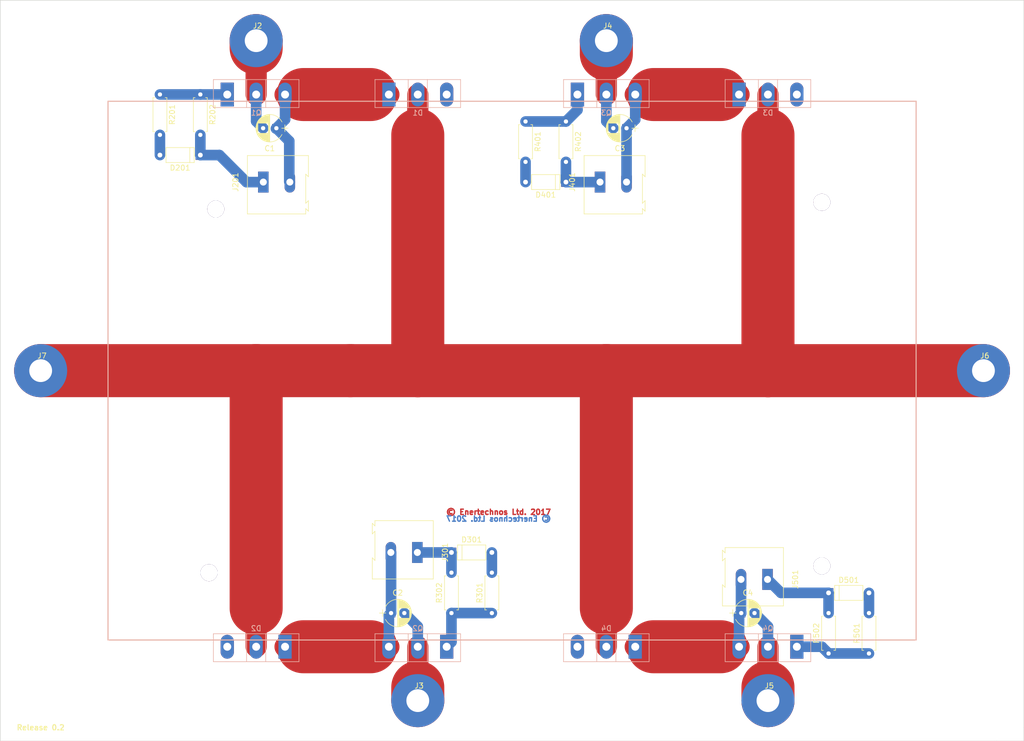
<source format=kicad_pcb>
(kicad_pcb (version 4) (host pcbnew 4.0.7)

  (general
    (links 45)
    (no_connects 0)
    (area 27.889999 20.269999 221.030001 160.070001)
    (thickness 1.6)
    (drawings 52)
    (tracks 93)
    (zones 0)
    (modules 38)
    (nets 26)
  )

  (page A4)
  (title_block
    (title "Power Module (Power Board)")
    (date 2018-01-04)
    (rev "Release 0.1")
    (company "Enertechnos Ltd.")
    (comment 1 "APPROVED for Prototype")
  )

  (layers
    (0 F.Cu mixed)
    (31 B.Cu power)
    (32 B.Adhes user hide)
    (33 F.Adhes user hide)
    (34 B.Paste user hide)
    (35 F.Paste user hide)
    (36 B.SilkS user)
    (37 F.SilkS user)
    (38 B.Mask user)
    (39 F.Mask user hide)
    (40 Dwgs.User user hide)
    (41 Cmts.User user hide)
    (42 Eco1.User user hide)
    (43 Eco2.User user hide)
    (44 Edge.Cuts user)
    (45 Margin user hide)
    (46 B.CrtYd user)
    (47 F.CrtYd user)
    (48 B.Fab user hide)
    (49 F.Fab user hide)
  )

  (setup
    (last_trace_width 2)
    (trace_clearance 0.4)
    (zone_clearance 0.508)
    (zone_45_only no)
    (trace_min 0.2)
    (segment_width 0.2)
    (edge_width 0.1)
    (via_size 1.5)
    (via_drill 1)
    (via_min_size 0.4)
    (via_min_drill 0.3)
    (uvia_size 1)
    (uvia_drill 0.5)
    (uvias_allowed no)
    (uvia_min_size 0.2)
    (uvia_min_drill 0.1)
    (pcb_text_width 0.3)
    (pcb_text_size 1.5 1.5)
    (mod_edge_width 0.15)
    (mod_text_size 1 1)
    (mod_text_width 0.15)
    (pad_size 1.5 1.5)
    (pad_drill 0.6)
    (pad_to_mask_clearance 0)
    (aux_axis_origin 27.94 160.02)
    (visible_elements 7FFFEF7F)
    (pcbplotparams
      (layerselection 0x010f0_80000001)
      (usegerberextensions false)
      (excludeedgelayer true)
      (linewidth 0.100000)
      (plotframeref false)
      (viasonmask false)
      (mode 1)
      (useauxorigin true)
      (hpglpennumber 1)
      (hpglpenspeed 20)
      (hpglpendiameter 15)
      (hpglpenoverlay 2)
      (psnegative false)
      (psa4output false)
      (plotreference true)
      (plotvalue true)
      (plotinvisibletext false)
      (padsonsilk false)
      (subtractmaskfromsilk false)
      (outputformat 1)
      (mirror false)
      (drillshape 0)
      (scaleselection 1)
      (outputdirectory Plot/))
  )

  (net 0 "")
  (net 1 GND_ISO_1)
  (net 2 "Net-(C1-Pad2)")
  (net 3 GND_ISO_2)
  (net 4 "Net-(C2-Pad2)")
  (net 5 GND_ISO_3)
  (net 6 "Net-(C3-Pad2)")
  (net 7 GND_ISO_4)
  (net 8 "Net-(C4-Pad2)")
  (net 9 "/SinglePowerSwitch 1/PWR_OUT")
  (net 10 DRV_GATE_1)
  (net 11 DRV_GATE_2)
  (net 12 DRV_GATE_3)
  (net 13 DRV_GATE_4)
  (net 14 "Net-(D1-Pad3)")
  (net 15 "Net-(D2-Pad3)")
  (net 16 "Net-(D3-Pad3)")
  (net 17 "Net-(D4-Pad3)")
  (net 18 "Net-(D201-Pad2)")
  (net 19 "Net-(D301-Pad2)")
  (net 20 "Net-(D401-Pad2)")
  (net 21 "Net-(D501-Pad2)")
  (net 22 "Net-(Q1-Pad1)")
  (net 23 "Net-(Q2-Pad1)")
  (net 24 "Net-(Q3-Pad1)")
  (net 25 "Net-(Q4-Pad1)")

  (net_class Default "This is the default net class."
    (clearance 0.4)
    (trace_width 2)
    (via_dia 1.5)
    (via_drill 1)
    (uvia_dia 1)
    (uvia_drill 0.5)
    (add_net "/SinglePowerSwitch 1/PWR_OUT")
    (add_net DRV_GATE_1)
    (add_net DRV_GATE_2)
    (add_net DRV_GATE_3)
    (add_net DRV_GATE_4)
    (add_net GND_ISO_1)
    (add_net GND_ISO_2)
    (add_net GND_ISO_3)
    (add_net GND_ISO_4)
    (add_net "Net-(C1-Pad2)")
    (add_net "Net-(C2-Pad2)")
    (add_net "Net-(C3-Pad2)")
    (add_net "Net-(C4-Pad2)")
    (add_net "Net-(D1-Pad3)")
    (add_net "Net-(D2-Pad3)")
    (add_net "Net-(D201-Pad2)")
    (add_net "Net-(D3-Pad3)")
    (add_net "Net-(D301-Pad2)")
    (add_net "Net-(D4-Pad3)")
    (add_net "Net-(D401-Pad2)")
    (add_net "Net-(D501-Pad2)")
    (add_net "Net-(Q1-Pad1)")
    (add_net "Net-(Q2-Pad1)")
    (add_net "Net-(Q3-Pad1)")
    (add_net "Net-(Q4-Pad1)")
  )

  (module PartsLibraries:MountingHole_M3 (layer F.Cu) (tedit 5AC5E77E) (tstamp 5AC5FD16)
    (at 182.88 127)
    (descr "module 1 pin (ou trou mecanique de percage)")
    (tags DEV)
    (fp_text reference Ref** (at 0 -3.048) (layer F.SilkS) hide
      (effects (font (size 1 1) (thickness 0.15)))
    )
    (fp_text value Mount (at 0 3) (layer F.Fab) hide
      (effects (font (size 1 1) (thickness 0.15)))
    )
    (pad 1 thru_hole circle (at 0 0) (size 3.2 3.2) (drill 3.2) (layers *.Cu)
      (clearance 1) (zone_connect 2))
  )

  (module PartsLibraries:MountingHole_M3 (layer F.Cu) (tedit 5AC5E77E) (tstamp 5AC5FD10)
    (at 67.31 128.27)
    (descr "module 1 pin (ou trou mecanique de percage)")
    (tags DEV)
    (fp_text reference Ref** (at 0 -3.048) (layer F.SilkS) hide
      (effects (font (size 1 1) (thickness 0.15)))
    )
    (fp_text value Mount (at 0 3) (layer F.Fab) hide
      (effects (font (size 1 1) (thickness 0.15)))
    )
    (pad 1 thru_hole circle (at 0 0) (size 3.2 3.2) (drill 3.2) (layers *.Cu)
      (clearance 1) (zone_connect 2))
  )

  (module PartsLibraries:MountingHole_M3 (layer F.Cu) (tedit 5AC5E77E) (tstamp 5AC5FD0C)
    (at 182.88 58.42)
    (descr "module 1 pin (ou trou mecanique de percage)")
    (tags DEV)
    (fp_text reference Ref** (at 0 -3.048) (layer F.SilkS) hide
      (effects (font (size 1 1) (thickness 0.15)))
    )
    (fp_text value Mount (at 0 3) (layer F.Fab) hide
      (effects (font (size 1 1) (thickness 0.15)))
    )
    (pad 1 thru_hole circle (at 0 0) (size 3.2 3.2) (drill 3.2) (layers *.Cu)
      (clearance 1) (zone_connect 2))
  )

  (module TO_SOT_Packages_THT:TO-247_TO-3P_Vertical (layer B.Cu) (tedit 58CE52AE) (tstamp 59AF08C9)
    (at 101.23 38.1)
    (descr "TO-247, Vertical, RM 5.45mm, TO-3P")
    (tags "TO-247 Vertical RM 5.45mm TO-3P")
    (path /59AEDD49/59AEE007)
    (fp_text reference D1 (at 5.45 3.45) (layer B.SilkS)
      (effects (font (size 1 1) (thickness 0.15)) (justify mirror))
    )
    (fp_text value PWR_DIODE (at 5.45 -6.07) (layer B.Fab)
      (effects (font (size 1 1) (thickness 0.15)) (justify mirror))
    )
    (fp_text user %R (at 5.45 3.45) (layer B.Fab)
      (effects (font (size 1 1) (thickness 0.15)) (justify mirror))
    )
    (fp_line (start -2.5 2.33) (end -2.5 -2.7) (layer B.Fab) (width 0.1))
    (fp_line (start -2.5 -2.7) (end 13.4 -2.7) (layer B.Fab) (width 0.1))
    (fp_line (start 13.4 -2.7) (end 13.4 2.33) (layer B.Fab) (width 0.1))
    (fp_line (start 13.4 2.33) (end -2.5 2.33) (layer B.Fab) (width 0.1))
    (fp_line (start 3.645 2.33) (end 3.645 -2.7) (layer B.Fab) (width 0.1))
    (fp_line (start 7.255 2.33) (end 7.255 -2.7) (layer B.Fab) (width 0.1))
    (fp_line (start -2.62 2.451) (end 13.52 2.451) (layer B.SilkS) (width 0.12))
    (fp_line (start -2.62 -2.82) (end 13.52 -2.82) (layer B.SilkS) (width 0.12))
    (fp_line (start -2.62 2.451) (end -2.62 -2.82) (layer B.SilkS) (width 0.12))
    (fp_line (start 13.52 2.451) (end 13.52 -2.82) (layer B.SilkS) (width 0.12))
    (fp_line (start 3.646 2.451) (end 3.646 -2.82) (layer B.SilkS) (width 0.12))
    (fp_line (start 7.255 2.451) (end 7.255 -2.82) (layer B.SilkS) (width 0.12))
    (fp_line (start -2.75 2.59) (end -2.75 -2.95) (layer B.CrtYd) (width 0.05))
    (fp_line (start -2.75 -2.95) (end 13.65 -2.95) (layer B.CrtYd) (width 0.05))
    (fp_line (start 13.65 -2.95) (end 13.65 2.59) (layer B.CrtYd) (width 0.05))
    (fp_line (start 13.65 2.59) (end -2.75 2.59) (layer B.CrtYd) (width 0.05))
    (pad 1 thru_hole rect (at 0 0) (size 2.5 4.5) (drill 1.5) (layers *.Cu *.Mask)
      (net 1 GND_ISO_1))
    (pad 2 thru_hole oval (at 5.45 0) (size 2.5 4.5) (drill 1.5) (layers *.Cu *.Mask)
      (net 9 "/SinglePowerSwitch 1/PWR_OUT"))
    (pad 3 thru_hole oval (at 10.9 0) (size 2.5 4.5) (drill 1.5) (layers *.Cu *.Mask)
      (net 14 "Net-(D1-Pad3)"))
    (model ${KISYS3DMOD}/TO_SOT_Packages_THT.3dshapes/TO-247_TO-3P_Vertical.wrl
      (at (xyz 0.212598 0 0))
      (scale (xyz 1 1 1))
      (rotate (xyz 0 0 0))
    )
  )

  (module TO_SOT_Packages_THT:TO-247_TO-3P_Vertical (layer B.Cu) (tedit 58CE52AE) (tstamp 59AF08E1)
    (at 81.65 142.24 180)
    (descr "TO-247, Vertical, RM 5.45mm, TO-3P")
    (tags "TO-247 Vertical RM 5.45mm TO-3P")
    (path /59AEEDCB/59AEE007)
    (fp_text reference D2 (at 5.45 3.45 180) (layer B.SilkS)
      (effects (font (size 1 1) (thickness 0.15)) (justify mirror))
    )
    (fp_text value PWR_DIODE (at 5.45 -6.07 180) (layer B.Fab)
      (effects (font (size 1 1) (thickness 0.15)) (justify mirror))
    )
    (fp_text user %R (at 5.45 3.45 180) (layer B.Fab)
      (effects (font (size 1 1) (thickness 0.15)) (justify mirror))
    )
    (fp_line (start -2.5 2.33) (end -2.5 -2.7) (layer B.Fab) (width 0.1))
    (fp_line (start -2.5 -2.7) (end 13.4 -2.7) (layer B.Fab) (width 0.1))
    (fp_line (start 13.4 -2.7) (end 13.4 2.33) (layer B.Fab) (width 0.1))
    (fp_line (start 13.4 2.33) (end -2.5 2.33) (layer B.Fab) (width 0.1))
    (fp_line (start 3.645 2.33) (end 3.645 -2.7) (layer B.Fab) (width 0.1))
    (fp_line (start 7.255 2.33) (end 7.255 -2.7) (layer B.Fab) (width 0.1))
    (fp_line (start -2.62 2.451) (end 13.52 2.451) (layer B.SilkS) (width 0.12))
    (fp_line (start -2.62 -2.82) (end 13.52 -2.82) (layer B.SilkS) (width 0.12))
    (fp_line (start -2.62 2.451) (end -2.62 -2.82) (layer B.SilkS) (width 0.12))
    (fp_line (start 13.52 2.451) (end 13.52 -2.82) (layer B.SilkS) (width 0.12))
    (fp_line (start 3.646 2.451) (end 3.646 -2.82) (layer B.SilkS) (width 0.12))
    (fp_line (start 7.255 2.451) (end 7.255 -2.82) (layer B.SilkS) (width 0.12))
    (fp_line (start -2.75 2.59) (end -2.75 -2.95) (layer B.CrtYd) (width 0.05))
    (fp_line (start -2.75 -2.95) (end 13.65 -2.95) (layer B.CrtYd) (width 0.05))
    (fp_line (start 13.65 -2.95) (end 13.65 2.59) (layer B.CrtYd) (width 0.05))
    (fp_line (start 13.65 2.59) (end -2.75 2.59) (layer B.CrtYd) (width 0.05))
    (pad 1 thru_hole rect (at 0 0 180) (size 2.5 4.5) (drill 1.5) (layers *.Cu *.Mask)
      (net 3 GND_ISO_2))
    (pad 2 thru_hole oval (at 5.45 0 180) (size 2.5 4.5) (drill 1.5) (layers *.Cu *.Mask)
      (net 9 "/SinglePowerSwitch 1/PWR_OUT"))
    (pad 3 thru_hole oval (at 10.9 0 180) (size 2.5 4.5) (drill 1.5) (layers *.Cu *.Mask)
      (net 15 "Net-(D2-Pad3)"))
    (model ${KISYS3DMOD}/TO_SOT_Packages_THT.3dshapes/TO-247_TO-3P_Vertical.wrl
      (at (xyz 0.212598 0 0))
      (scale (xyz 1 1 1))
      (rotate (xyz 0 0 0))
    )
  )

  (module TO_SOT_Packages_THT:TO-247_TO-3P_Vertical (layer B.Cu) (tedit 58CE52AE) (tstamp 59AF08F9)
    (at 167.27 38.1)
    (descr "TO-247, Vertical, RM 5.45mm, TO-3P")
    (tags "TO-247 Vertical RM 5.45mm TO-3P")
    (path /59AEEFC6/59AEE007)
    (fp_text reference D3 (at 5.45 3.45) (layer B.SilkS)
      (effects (font (size 1 1) (thickness 0.15)) (justify mirror))
    )
    (fp_text value PWR_DIODE (at 5.45 -6.07) (layer B.Fab)
      (effects (font (size 1 1) (thickness 0.15)) (justify mirror))
    )
    (fp_text user %R (at 5.45 3.45) (layer B.Fab)
      (effects (font (size 1 1) (thickness 0.15)) (justify mirror))
    )
    (fp_line (start -2.5 2.33) (end -2.5 -2.7) (layer B.Fab) (width 0.1))
    (fp_line (start -2.5 -2.7) (end 13.4 -2.7) (layer B.Fab) (width 0.1))
    (fp_line (start 13.4 -2.7) (end 13.4 2.33) (layer B.Fab) (width 0.1))
    (fp_line (start 13.4 2.33) (end -2.5 2.33) (layer B.Fab) (width 0.1))
    (fp_line (start 3.645 2.33) (end 3.645 -2.7) (layer B.Fab) (width 0.1))
    (fp_line (start 7.255 2.33) (end 7.255 -2.7) (layer B.Fab) (width 0.1))
    (fp_line (start -2.62 2.451) (end 13.52 2.451) (layer B.SilkS) (width 0.12))
    (fp_line (start -2.62 -2.82) (end 13.52 -2.82) (layer B.SilkS) (width 0.12))
    (fp_line (start -2.62 2.451) (end -2.62 -2.82) (layer B.SilkS) (width 0.12))
    (fp_line (start 13.52 2.451) (end 13.52 -2.82) (layer B.SilkS) (width 0.12))
    (fp_line (start 3.646 2.451) (end 3.646 -2.82) (layer B.SilkS) (width 0.12))
    (fp_line (start 7.255 2.451) (end 7.255 -2.82) (layer B.SilkS) (width 0.12))
    (fp_line (start -2.75 2.59) (end -2.75 -2.95) (layer B.CrtYd) (width 0.05))
    (fp_line (start -2.75 -2.95) (end 13.65 -2.95) (layer B.CrtYd) (width 0.05))
    (fp_line (start 13.65 -2.95) (end 13.65 2.59) (layer B.CrtYd) (width 0.05))
    (fp_line (start 13.65 2.59) (end -2.75 2.59) (layer B.CrtYd) (width 0.05))
    (pad 1 thru_hole rect (at 0 0) (size 2.5 4.5) (drill 1.5) (layers *.Cu *.Mask)
      (net 5 GND_ISO_3))
    (pad 2 thru_hole oval (at 5.45 0) (size 2.5 4.5) (drill 1.5) (layers *.Cu *.Mask)
      (net 9 "/SinglePowerSwitch 1/PWR_OUT"))
    (pad 3 thru_hole oval (at 10.9 0) (size 2.5 4.5) (drill 1.5) (layers *.Cu *.Mask)
      (net 16 "Net-(D3-Pad3)"))
    (model ${KISYS3DMOD}/TO_SOT_Packages_THT.3dshapes/TO-247_TO-3P_Vertical.wrl
      (at (xyz 0.212598 0 0))
      (scale (xyz 1 1 1))
      (rotate (xyz 0 0 0))
    )
  )

  (module TO_SOT_Packages_THT:TO-247_TO-3P_Vertical (layer B.Cu) (tedit 58CE52AE) (tstamp 59AF0911)
    (at 147.69 142.24 180)
    (descr "TO-247, Vertical, RM 5.45mm, TO-3P")
    (tags "TO-247 Vertical RM 5.45mm TO-3P")
    (path /59AEEFCD/59AEE007)
    (fp_text reference D4 (at 5.45 3.45 180) (layer B.SilkS)
      (effects (font (size 1 1) (thickness 0.15)) (justify mirror))
    )
    (fp_text value PWR_DIODE (at 5.45 -6.07 180) (layer B.Fab)
      (effects (font (size 1 1) (thickness 0.15)) (justify mirror))
    )
    (fp_text user %R (at 5.45 3.45 180) (layer B.Fab)
      (effects (font (size 1 1) (thickness 0.15)) (justify mirror))
    )
    (fp_line (start -2.5 2.33) (end -2.5 -2.7) (layer B.Fab) (width 0.1))
    (fp_line (start -2.5 -2.7) (end 13.4 -2.7) (layer B.Fab) (width 0.1))
    (fp_line (start 13.4 -2.7) (end 13.4 2.33) (layer B.Fab) (width 0.1))
    (fp_line (start 13.4 2.33) (end -2.5 2.33) (layer B.Fab) (width 0.1))
    (fp_line (start 3.645 2.33) (end 3.645 -2.7) (layer B.Fab) (width 0.1))
    (fp_line (start 7.255 2.33) (end 7.255 -2.7) (layer B.Fab) (width 0.1))
    (fp_line (start -2.62 2.451) (end 13.52 2.451) (layer B.SilkS) (width 0.12))
    (fp_line (start -2.62 -2.82) (end 13.52 -2.82) (layer B.SilkS) (width 0.12))
    (fp_line (start -2.62 2.451) (end -2.62 -2.82) (layer B.SilkS) (width 0.12))
    (fp_line (start 13.52 2.451) (end 13.52 -2.82) (layer B.SilkS) (width 0.12))
    (fp_line (start 3.646 2.451) (end 3.646 -2.82) (layer B.SilkS) (width 0.12))
    (fp_line (start 7.255 2.451) (end 7.255 -2.82) (layer B.SilkS) (width 0.12))
    (fp_line (start -2.75 2.59) (end -2.75 -2.95) (layer B.CrtYd) (width 0.05))
    (fp_line (start -2.75 -2.95) (end 13.65 -2.95) (layer B.CrtYd) (width 0.05))
    (fp_line (start 13.65 -2.95) (end 13.65 2.59) (layer B.CrtYd) (width 0.05))
    (fp_line (start 13.65 2.59) (end -2.75 2.59) (layer B.CrtYd) (width 0.05))
    (pad 1 thru_hole rect (at 0 0 180) (size 2.5 4.5) (drill 1.5) (layers *.Cu *.Mask)
      (net 7 GND_ISO_4))
    (pad 2 thru_hole oval (at 5.45 0 180) (size 2.5 4.5) (drill 1.5) (layers *.Cu *.Mask)
      (net 9 "/SinglePowerSwitch 1/PWR_OUT"))
    (pad 3 thru_hole oval (at 10.9 0 180) (size 2.5 4.5) (drill 1.5) (layers *.Cu *.Mask)
      (net 17 "Net-(D4-Pad3)"))
    (model ${KISYS3DMOD}/TO_SOT_Packages_THT.3dshapes/TO-247_TO-3P_Vertical.wrl
      (at (xyz 0.212598 0 0))
      (scale (xyz 1 1 1))
      (rotate (xyz 0 0 0))
    )
  )

  (module TO_SOT_Packages_THT:TO-247_TO-3P_Vertical (layer B.Cu) (tedit 58CE52AE) (tstamp 59AF096E)
    (at 70.75 38.1)
    (descr "TO-247, Vertical, RM 5.45mm, TO-3P")
    (tags "TO-247 Vertical RM 5.45mm TO-3P")
    (path /59AEDD49/59AEE014)
    (fp_text reference Q1 (at 5.45 3.45) (layer B.SilkS)
      (effects (font (size 1 1) (thickness 0.15)) (justify mirror))
    )
    (fp_text value RFP12N10L (at 5.45 -6.07) (layer B.Fab)
      (effects (font (size 1 1) (thickness 0.15)) (justify mirror))
    )
    (fp_text user %R (at 5.45 3.45) (layer B.Fab)
      (effects (font (size 1 1) (thickness 0.15)) (justify mirror))
    )
    (fp_line (start -2.5 2.33) (end -2.5 -2.7) (layer B.Fab) (width 0.1))
    (fp_line (start -2.5 -2.7) (end 13.4 -2.7) (layer B.Fab) (width 0.1))
    (fp_line (start 13.4 -2.7) (end 13.4 2.33) (layer B.Fab) (width 0.1))
    (fp_line (start 13.4 2.33) (end -2.5 2.33) (layer B.Fab) (width 0.1))
    (fp_line (start 3.645 2.33) (end 3.645 -2.7) (layer B.Fab) (width 0.1))
    (fp_line (start 7.255 2.33) (end 7.255 -2.7) (layer B.Fab) (width 0.1))
    (fp_line (start -2.62 2.451) (end 13.52 2.451) (layer B.SilkS) (width 0.12))
    (fp_line (start -2.62 -2.82) (end 13.52 -2.82) (layer B.SilkS) (width 0.12))
    (fp_line (start -2.62 2.451) (end -2.62 -2.82) (layer B.SilkS) (width 0.12))
    (fp_line (start 13.52 2.451) (end 13.52 -2.82) (layer B.SilkS) (width 0.12))
    (fp_line (start 3.646 2.451) (end 3.646 -2.82) (layer B.SilkS) (width 0.12))
    (fp_line (start 7.255 2.451) (end 7.255 -2.82) (layer B.SilkS) (width 0.12))
    (fp_line (start -2.75 2.59) (end -2.75 -2.95) (layer B.CrtYd) (width 0.05))
    (fp_line (start -2.75 -2.95) (end 13.65 -2.95) (layer B.CrtYd) (width 0.05))
    (fp_line (start 13.65 -2.95) (end 13.65 2.59) (layer B.CrtYd) (width 0.05))
    (fp_line (start 13.65 2.59) (end -2.75 2.59) (layer B.CrtYd) (width 0.05))
    (pad 1 thru_hole rect (at 0 0) (size 2.5 4.5) (drill 1.5) (layers *.Cu *.Mask)
      (net 22 "Net-(Q1-Pad1)"))
    (pad 2 thru_hole oval (at 5.45 0) (size 2.5 4.5) (drill 1.5) (layers *.Cu *.Mask)
      (net 2 "Net-(C1-Pad2)"))
    (pad 3 thru_hole oval (at 10.9 0) (size 2.5 4.5) (drill 1.5) (layers *.Cu *.Mask)
      (net 1 GND_ISO_1))
    (model ${KISYS3DMOD}/TO_SOT_Packages_THT.3dshapes/TO-247_TO-3P_Vertical.wrl
      (at (xyz 0.212598 0 0))
      (scale (xyz 1 1 1))
      (rotate (xyz 0 0 0))
    )
  )

  (module TO_SOT_Packages_THT:TO-247_TO-3P_Vertical (layer B.Cu) (tedit 58CE52AE) (tstamp 59AF0986)
    (at 112.13 142.24 180)
    (descr "TO-247, Vertical, RM 5.45mm, TO-3P")
    (tags "TO-247 Vertical RM 5.45mm TO-3P")
    (path /59AEEDCB/59AEE014)
    (fp_text reference Q2 (at 5.45 3.45 180) (layer B.SilkS)
      (effects (font (size 1 1) (thickness 0.15)) (justify mirror))
    )
    (fp_text value RFP12N10L (at 5.45 -6.07 180) (layer B.Fab)
      (effects (font (size 1 1) (thickness 0.15)) (justify mirror))
    )
    (fp_text user %R (at 5.45 3.45 180) (layer B.Fab)
      (effects (font (size 1 1) (thickness 0.15)) (justify mirror))
    )
    (fp_line (start -2.5 2.33) (end -2.5 -2.7) (layer B.Fab) (width 0.1))
    (fp_line (start -2.5 -2.7) (end 13.4 -2.7) (layer B.Fab) (width 0.1))
    (fp_line (start 13.4 -2.7) (end 13.4 2.33) (layer B.Fab) (width 0.1))
    (fp_line (start 13.4 2.33) (end -2.5 2.33) (layer B.Fab) (width 0.1))
    (fp_line (start 3.645 2.33) (end 3.645 -2.7) (layer B.Fab) (width 0.1))
    (fp_line (start 7.255 2.33) (end 7.255 -2.7) (layer B.Fab) (width 0.1))
    (fp_line (start -2.62 2.451) (end 13.52 2.451) (layer B.SilkS) (width 0.12))
    (fp_line (start -2.62 -2.82) (end 13.52 -2.82) (layer B.SilkS) (width 0.12))
    (fp_line (start -2.62 2.451) (end -2.62 -2.82) (layer B.SilkS) (width 0.12))
    (fp_line (start 13.52 2.451) (end 13.52 -2.82) (layer B.SilkS) (width 0.12))
    (fp_line (start 3.646 2.451) (end 3.646 -2.82) (layer B.SilkS) (width 0.12))
    (fp_line (start 7.255 2.451) (end 7.255 -2.82) (layer B.SilkS) (width 0.12))
    (fp_line (start -2.75 2.59) (end -2.75 -2.95) (layer B.CrtYd) (width 0.05))
    (fp_line (start -2.75 -2.95) (end 13.65 -2.95) (layer B.CrtYd) (width 0.05))
    (fp_line (start 13.65 -2.95) (end 13.65 2.59) (layer B.CrtYd) (width 0.05))
    (fp_line (start 13.65 2.59) (end -2.75 2.59) (layer B.CrtYd) (width 0.05))
    (pad 1 thru_hole rect (at 0 0 180) (size 2.5 4.5) (drill 1.5) (layers *.Cu *.Mask)
      (net 23 "Net-(Q2-Pad1)"))
    (pad 2 thru_hole oval (at 5.45 0 180) (size 2.5 4.5) (drill 1.5) (layers *.Cu *.Mask)
      (net 4 "Net-(C2-Pad2)"))
    (pad 3 thru_hole oval (at 10.9 0 180) (size 2.5 4.5) (drill 1.5) (layers *.Cu *.Mask)
      (net 3 GND_ISO_2))
    (model ${KISYS3DMOD}/TO_SOT_Packages_THT.3dshapes/TO-247_TO-3P_Vertical.wrl
      (at (xyz 0.212598 0 0))
      (scale (xyz 1 1 1))
      (rotate (xyz 0 0 0))
    )
  )

  (module TO_SOT_Packages_THT:TO-247_TO-3P_Vertical (layer B.Cu) (tedit 58CE52AE) (tstamp 59AF099E)
    (at 136.79 38.1)
    (descr "TO-247, Vertical, RM 5.45mm, TO-3P")
    (tags "TO-247 Vertical RM 5.45mm TO-3P")
    (path /59AEEFC6/59AEE014)
    (fp_text reference Q3 (at 5.45 3.45) (layer B.SilkS)
      (effects (font (size 1 1) (thickness 0.15)) (justify mirror))
    )
    (fp_text value RFP12N10L (at 5.45 -6.07) (layer B.Fab)
      (effects (font (size 1 1) (thickness 0.15)) (justify mirror))
    )
    (fp_text user %R (at 5.45 3.45) (layer B.Fab)
      (effects (font (size 1 1) (thickness 0.15)) (justify mirror))
    )
    (fp_line (start -2.5 2.33) (end -2.5 -2.7) (layer B.Fab) (width 0.1))
    (fp_line (start -2.5 -2.7) (end 13.4 -2.7) (layer B.Fab) (width 0.1))
    (fp_line (start 13.4 -2.7) (end 13.4 2.33) (layer B.Fab) (width 0.1))
    (fp_line (start 13.4 2.33) (end -2.5 2.33) (layer B.Fab) (width 0.1))
    (fp_line (start 3.645 2.33) (end 3.645 -2.7) (layer B.Fab) (width 0.1))
    (fp_line (start 7.255 2.33) (end 7.255 -2.7) (layer B.Fab) (width 0.1))
    (fp_line (start -2.62 2.451) (end 13.52 2.451) (layer B.SilkS) (width 0.12))
    (fp_line (start -2.62 -2.82) (end 13.52 -2.82) (layer B.SilkS) (width 0.12))
    (fp_line (start -2.62 2.451) (end -2.62 -2.82) (layer B.SilkS) (width 0.12))
    (fp_line (start 13.52 2.451) (end 13.52 -2.82) (layer B.SilkS) (width 0.12))
    (fp_line (start 3.646 2.451) (end 3.646 -2.82) (layer B.SilkS) (width 0.12))
    (fp_line (start 7.255 2.451) (end 7.255 -2.82) (layer B.SilkS) (width 0.12))
    (fp_line (start -2.75 2.59) (end -2.75 -2.95) (layer B.CrtYd) (width 0.05))
    (fp_line (start -2.75 -2.95) (end 13.65 -2.95) (layer B.CrtYd) (width 0.05))
    (fp_line (start 13.65 -2.95) (end 13.65 2.59) (layer B.CrtYd) (width 0.05))
    (fp_line (start 13.65 2.59) (end -2.75 2.59) (layer B.CrtYd) (width 0.05))
    (pad 1 thru_hole rect (at 0 0) (size 2.5 4.5) (drill 1.5) (layers *.Cu *.Mask)
      (net 24 "Net-(Q3-Pad1)"))
    (pad 2 thru_hole oval (at 5.45 0) (size 2.5 4.5) (drill 1.5) (layers *.Cu *.Mask)
      (net 6 "Net-(C3-Pad2)"))
    (pad 3 thru_hole oval (at 10.9 0) (size 2.5 4.5) (drill 1.5) (layers *.Cu *.Mask)
      (net 5 GND_ISO_3))
    (model ${KISYS3DMOD}/TO_SOT_Packages_THT.3dshapes/TO-247_TO-3P_Vertical.wrl
      (at (xyz 0.212598 0 0))
      (scale (xyz 1 1 1))
      (rotate (xyz 0 0 0))
    )
  )

  (module TO_SOT_Packages_THT:TO-247_TO-3P_Vertical (layer B.Cu) (tedit 58CE52AE) (tstamp 59AF09B6)
    (at 178.17 142.24 180)
    (descr "TO-247, Vertical, RM 5.45mm, TO-3P")
    (tags "TO-247 Vertical RM 5.45mm TO-3P")
    (path /59AEEFCD/59AEE014)
    (fp_text reference Q4 (at 5.45 3.45 180) (layer B.SilkS)
      (effects (font (size 1 1) (thickness 0.15)) (justify mirror))
    )
    (fp_text value RFP12N10L (at 5.45 -6.07 180) (layer B.Fab)
      (effects (font (size 1 1) (thickness 0.15)) (justify mirror))
    )
    (fp_text user %R (at 5.45 3.45 180) (layer B.Fab)
      (effects (font (size 1 1) (thickness 0.15)) (justify mirror))
    )
    (fp_line (start -2.5 2.33) (end -2.5 -2.7) (layer B.Fab) (width 0.1))
    (fp_line (start -2.5 -2.7) (end 13.4 -2.7) (layer B.Fab) (width 0.1))
    (fp_line (start 13.4 -2.7) (end 13.4 2.33) (layer B.Fab) (width 0.1))
    (fp_line (start 13.4 2.33) (end -2.5 2.33) (layer B.Fab) (width 0.1))
    (fp_line (start 3.645 2.33) (end 3.645 -2.7) (layer B.Fab) (width 0.1))
    (fp_line (start 7.255 2.33) (end 7.255 -2.7) (layer B.Fab) (width 0.1))
    (fp_line (start -2.62 2.451) (end 13.52 2.451) (layer B.SilkS) (width 0.12))
    (fp_line (start -2.62 -2.82) (end 13.52 -2.82) (layer B.SilkS) (width 0.12))
    (fp_line (start -2.62 2.451) (end -2.62 -2.82) (layer B.SilkS) (width 0.12))
    (fp_line (start 13.52 2.451) (end 13.52 -2.82) (layer B.SilkS) (width 0.12))
    (fp_line (start 3.646 2.451) (end 3.646 -2.82) (layer B.SilkS) (width 0.12))
    (fp_line (start 7.255 2.451) (end 7.255 -2.82) (layer B.SilkS) (width 0.12))
    (fp_line (start -2.75 2.59) (end -2.75 -2.95) (layer B.CrtYd) (width 0.05))
    (fp_line (start -2.75 -2.95) (end 13.65 -2.95) (layer B.CrtYd) (width 0.05))
    (fp_line (start 13.65 -2.95) (end 13.65 2.59) (layer B.CrtYd) (width 0.05))
    (fp_line (start 13.65 2.59) (end -2.75 2.59) (layer B.CrtYd) (width 0.05))
    (pad 1 thru_hole rect (at 0 0 180) (size 2.5 4.5) (drill 1.5) (layers *.Cu *.Mask)
      (net 25 "Net-(Q4-Pad1)"))
    (pad 2 thru_hole oval (at 5.45 0 180) (size 2.5 4.5) (drill 1.5) (layers *.Cu *.Mask)
      (net 8 "Net-(C4-Pad2)"))
    (pad 3 thru_hole oval (at 10.9 0 180) (size 2.5 4.5) (drill 1.5) (layers *.Cu *.Mask)
      (net 7 GND_ISO_4))
    (model ${KISYS3DMOD}/TO_SOT_Packages_THT.3dshapes/TO-247_TO-3P_Vertical.wrl
      (at (xyz 0.212598 0 0))
      (scale (xyz 1 1 1))
      (rotate (xyz 0 0 0))
    )
  )

  (module PartsLibraries:MountingHole_M3 (layer F.Cu) (tedit 5AC5E77E) (tstamp 5AC5FD03)
    (at 68.58 59.69)
    (descr "module 1 pin (ou trou mecanique de percage)")
    (tags DEV)
    (fp_text reference Ref** (at 0 -3.048) (layer F.SilkS) hide
      (effects (font (size 1 1) (thickness 0.15)))
    )
    (fp_text value Mount (at 0 3) (layer F.Fab) hide
      (effects (font (size 1 1) (thickness 0.15)))
    )
    (pad 1 thru_hole circle (at 0 0) (size 3.2 3.2) (drill 3.2) (layers *.Cu)
      (clearance 1) (zone_connect 2))
  )

  (module Diodes_THT:D_A-405_P7.62mm_Horizontal (layer F.Cu) (tedit 5921392E) (tstamp 5B574123)
    (at 65.670748 49.515536 180)
    (descr "D, A-405 series, Axial, Horizontal, pin pitch=7.62mm, , length*diameter=5.2*2.7mm^2, , http://www.diodes.com/_files/packages/A-405.pdf")
    (tags "D A-405 series Axial Horizontal pin pitch 7.62mm  length 5.2mm diameter 2.7mm")
    (path /59AEDD49/5B574136)
    (fp_text reference D201 (at 3.81 -2.41 180) (layer F.SilkS)
      (effects (font (size 1 1) (thickness 0.15)))
    )
    (fp_text value D (at 3.81 2.41 180) (layer F.Fab)
      (effects (font (size 1 1) (thickness 0.15)))
    )
    (fp_text user %R (at 3.81 0 180) (layer F.Fab)
      (effects (font (size 1 1) (thickness 0.15)))
    )
    (fp_line (start 1.21 -1.35) (end 1.21 1.35) (layer F.Fab) (width 0.1))
    (fp_line (start 1.21 1.35) (end 6.41 1.35) (layer F.Fab) (width 0.1))
    (fp_line (start 6.41 1.35) (end 6.41 -1.35) (layer F.Fab) (width 0.1))
    (fp_line (start 6.41 -1.35) (end 1.21 -1.35) (layer F.Fab) (width 0.1))
    (fp_line (start 0 0) (end 1.21 0) (layer F.Fab) (width 0.1))
    (fp_line (start 7.62 0) (end 6.41 0) (layer F.Fab) (width 0.1))
    (fp_line (start 1.99 -1.35) (end 1.99 1.35) (layer F.Fab) (width 0.1))
    (fp_line (start 1.15 -1.41) (end 1.15 1.41) (layer F.SilkS) (width 0.12))
    (fp_line (start 1.15 1.41) (end 6.47 1.41) (layer F.SilkS) (width 0.12))
    (fp_line (start 6.47 1.41) (end 6.47 -1.41) (layer F.SilkS) (width 0.12))
    (fp_line (start 6.47 -1.41) (end 1.15 -1.41) (layer F.SilkS) (width 0.12))
    (fp_line (start 1.08 0) (end 1.15 0) (layer F.SilkS) (width 0.12))
    (fp_line (start 6.54 0) (end 6.47 0) (layer F.SilkS) (width 0.12))
    (fp_line (start 1.99 -1.41) (end 1.99 1.41) (layer F.SilkS) (width 0.12))
    (fp_line (start -1.15 -1.7) (end -1.15 1.7) (layer F.CrtYd) (width 0.05))
    (fp_line (start -1.15 1.7) (end 8.8 1.7) (layer F.CrtYd) (width 0.05))
    (fp_line (start 8.8 1.7) (end 8.8 -1.7) (layer F.CrtYd) (width 0.05))
    (fp_line (start 8.8 -1.7) (end -1.15 -1.7) (layer F.CrtYd) (width 0.05))
    (pad 1 thru_hole rect (at 0 0 180) (size 1.8 1.8) (drill 0.9) (layers *.Cu *.Mask)
      (net 10 DRV_GATE_1))
    (pad 2 thru_hole oval (at 7.62 0 180) (size 1.8 1.8) (drill 0.9) (layers *.Cu *.Mask)
      (net 18 "Net-(D201-Pad2)"))
    (model ${KISYS3DMOD}/Diodes_THT.3dshapes/D_A-405_P7.62mm_Horizontal.wrl
      (at (xyz 0 0 0))
      (scale (xyz 0.393701 0.393701 0.393701))
      (rotate (xyz 0 0 0))
    )
  )

  (module Diodes_THT:D_A-405_P7.62mm_Horizontal (layer F.Cu) (tedit 5921392E) (tstamp 5B57413C)
    (at 113.03 124.46)
    (descr "D, A-405 series, Axial, Horizontal, pin pitch=7.62mm, , length*diameter=5.2*2.7mm^2, , http://www.diodes.com/_files/packages/A-405.pdf")
    (tags "D A-405 series Axial Horizontal pin pitch 7.62mm  length 5.2mm diameter 2.7mm")
    (path /59AEEDCB/5B574136)
    (fp_text reference D301 (at 3.81 -2.41) (layer F.SilkS)
      (effects (font (size 1 1) (thickness 0.15)))
    )
    (fp_text value D (at 3.81 2.41) (layer F.Fab)
      (effects (font (size 1 1) (thickness 0.15)))
    )
    (fp_text user %R (at 3.81 0) (layer F.Fab)
      (effects (font (size 1 1) (thickness 0.15)))
    )
    (fp_line (start 1.21 -1.35) (end 1.21 1.35) (layer F.Fab) (width 0.1))
    (fp_line (start 1.21 1.35) (end 6.41 1.35) (layer F.Fab) (width 0.1))
    (fp_line (start 6.41 1.35) (end 6.41 -1.35) (layer F.Fab) (width 0.1))
    (fp_line (start 6.41 -1.35) (end 1.21 -1.35) (layer F.Fab) (width 0.1))
    (fp_line (start 0 0) (end 1.21 0) (layer F.Fab) (width 0.1))
    (fp_line (start 7.62 0) (end 6.41 0) (layer F.Fab) (width 0.1))
    (fp_line (start 1.99 -1.35) (end 1.99 1.35) (layer F.Fab) (width 0.1))
    (fp_line (start 1.15 -1.41) (end 1.15 1.41) (layer F.SilkS) (width 0.12))
    (fp_line (start 1.15 1.41) (end 6.47 1.41) (layer F.SilkS) (width 0.12))
    (fp_line (start 6.47 1.41) (end 6.47 -1.41) (layer F.SilkS) (width 0.12))
    (fp_line (start 6.47 -1.41) (end 1.15 -1.41) (layer F.SilkS) (width 0.12))
    (fp_line (start 1.08 0) (end 1.15 0) (layer F.SilkS) (width 0.12))
    (fp_line (start 6.54 0) (end 6.47 0) (layer F.SilkS) (width 0.12))
    (fp_line (start 1.99 -1.41) (end 1.99 1.41) (layer F.SilkS) (width 0.12))
    (fp_line (start -1.15 -1.7) (end -1.15 1.7) (layer F.CrtYd) (width 0.05))
    (fp_line (start -1.15 1.7) (end 8.8 1.7) (layer F.CrtYd) (width 0.05))
    (fp_line (start 8.8 1.7) (end 8.8 -1.7) (layer F.CrtYd) (width 0.05))
    (fp_line (start 8.8 -1.7) (end -1.15 -1.7) (layer F.CrtYd) (width 0.05))
    (pad 1 thru_hole rect (at 0 0) (size 1.8 1.8) (drill 0.9) (layers *.Cu *.Mask)
      (net 11 DRV_GATE_2))
    (pad 2 thru_hole oval (at 7.62 0) (size 1.8 1.8) (drill 0.9) (layers *.Cu *.Mask)
      (net 19 "Net-(D301-Pad2)"))
    (model ${KISYS3DMOD}/Diodes_THT.3dshapes/D_A-405_P7.62mm_Horizontal.wrl
      (at (xyz 0 0 0))
      (scale (xyz 0.393701 0.393701 0.393701))
      (rotate (xyz 0 0 0))
    )
  )

  (module Diodes_THT:D_A-405_P7.62mm_Horizontal (layer F.Cu) (tedit 5921392E) (tstamp 5B574155)
    (at 134.62 54.61 180)
    (descr "D, A-405 series, Axial, Horizontal, pin pitch=7.62mm, , length*diameter=5.2*2.7mm^2, , http://www.diodes.com/_files/packages/A-405.pdf")
    (tags "D A-405 series Axial Horizontal pin pitch 7.62mm  length 5.2mm diameter 2.7mm")
    (path /59AEEFC6/5B574136)
    (fp_text reference D401 (at 3.81 -2.41 180) (layer F.SilkS)
      (effects (font (size 1 1) (thickness 0.15)))
    )
    (fp_text value D (at 3.81 2.41 180) (layer F.Fab)
      (effects (font (size 1 1) (thickness 0.15)))
    )
    (fp_text user %R (at 3.81 0 180) (layer F.Fab)
      (effects (font (size 1 1) (thickness 0.15)))
    )
    (fp_line (start 1.21 -1.35) (end 1.21 1.35) (layer F.Fab) (width 0.1))
    (fp_line (start 1.21 1.35) (end 6.41 1.35) (layer F.Fab) (width 0.1))
    (fp_line (start 6.41 1.35) (end 6.41 -1.35) (layer F.Fab) (width 0.1))
    (fp_line (start 6.41 -1.35) (end 1.21 -1.35) (layer F.Fab) (width 0.1))
    (fp_line (start 0 0) (end 1.21 0) (layer F.Fab) (width 0.1))
    (fp_line (start 7.62 0) (end 6.41 0) (layer F.Fab) (width 0.1))
    (fp_line (start 1.99 -1.35) (end 1.99 1.35) (layer F.Fab) (width 0.1))
    (fp_line (start 1.15 -1.41) (end 1.15 1.41) (layer F.SilkS) (width 0.12))
    (fp_line (start 1.15 1.41) (end 6.47 1.41) (layer F.SilkS) (width 0.12))
    (fp_line (start 6.47 1.41) (end 6.47 -1.41) (layer F.SilkS) (width 0.12))
    (fp_line (start 6.47 -1.41) (end 1.15 -1.41) (layer F.SilkS) (width 0.12))
    (fp_line (start 1.08 0) (end 1.15 0) (layer F.SilkS) (width 0.12))
    (fp_line (start 6.54 0) (end 6.47 0) (layer F.SilkS) (width 0.12))
    (fp_line (start 1.99 -1.41) (end 1.99 1.41) (layer F.SilkS) (width 0.12))
    (fp_line (start -1.15 -1.7) (end -1.15 1.7) (layer F.CrtYd) (width 0.05))
    (fp_line (start -1.15 1.7) (end 8.8 1.7) (layer F.CrtYd) (width 0.05))
    (fp_line (start 8.8 1.7) (end 8.8 -1.7) (layer F.CrtYd) (width 0.05))
    (fp_line (start 8.8 -1.7) (end -1.15 -1.7) (layer F.CrtYd) (width 0.05))
    (pad 1 thru_hole rect (at 0 0 180) (size 1.8 1.8) (drill 0.9) (layers *.Cu *.Mask)
      (net 12 DRV_GATE_3))
    (pad 2 thru_hole oval (at 7.62 0 180) (size 1.8 1.8) (drill 0.9) (layers *.Cu *.Mask)
      (net 20 "Net-(D401-Pad2)"))
    (model ${KISYS3DMOD}/Diodes_THT.3dshapes/D_A-405_P7.62mm_Horizontal.wrl
      (at (xyz 0 0 0))
      (scale (xyz 0.393701 0.393701 0.393701))
      (rotate (xyz 0 0 0))
    )
  )

  (module Diodes_THT:D_A-405_P7.62mm_Horizontal (layer F.Cu) (tedit 5921392E) (tstamp 5B57416E)
    (at 184.15 132.08)
    (descr "D, A-405 series, Axial, Horizontal, pin pitch=7.62mm, , length*diameter=5.2*2.7mm^2, , http://www.diodes.com/_files/packages/A-405.pdf")
    (tags "D A-405 series Axial Horizontal pin pitch 7.62mm  length 5.2mm diameter 2.7mm")
    (path /59AEEFCD/5B574136)
    (fp_text reference D501 (at 3.81 -2.41) (layer F.SilkS)
      (effects (font (size 1 1) (thickness 0.15)))
    )
    (fp_text value D (at 3.81 2.41) (layer F.Fab)
      (effects (font (size 1 1) (thickness 0.15)))
    )
    (fp_text user %R (at 3.81 0) (layer F.Fab)
      (effects (font (size 1 1) (thickness 0.15)))
    )
    (fp_line (start 1.21 -1.35) (end 1.21 1.35) (layer F.Fab) (width 0.1))
    (fp_line (start 1.21 1.35) (end 6.41 1.35) (layer F.Fab) (width 0.1))
    (fp_line (start 6.41 1.35) (end 6.41 -1.35) (layer F.Fab) (width 0.1))
    (fp_line (start 6.41 -1.35) (end 1.21 -1.35) (layer F.Fab) (width 0.1))
    (fp_line (start 0 0) (end 1.21 0) (layer F.Fab) (width 0.1))
    (fp_line (start 7.62 0) (end 6.41 0) (layer F.Fab) (width 0.1))
    (fp_line (start 1.99 -1.35) (end 1.99 1.35) (layer F.Fab) (width 0.1))
    (fp_line (start 1.15 -1.41) (end 1.15 1.41) (layer F.SilkS) (width 0.12))
    (fp_line (start 1.15 1.41) (end 6.47 1.41) (layer F.SilkS) (width 0.12))
    (fp_line (start 6.47 1.41) (end 6.47 -1.41) (layer F.SilkS) (width 0.12))
    (fp_line (start 6.47 -1.41) (end 1.15 -1.41) (layer F.SilkS) (width 0.12))
    (fp_line (start 1.08 0) (end 1.15 0) (layer F.SilkS) (width 0.12))
    (fp_line (start 6.54 0) (end 6.47 0) (layer F.SilkS) (width 0.12))
    (fp_line (start 1.99 -1.41) (end 1.99 1.41) (layer F.SilkS) (width 0.12))
    (fp_line (start -1.15 -1.7) (end -1.15 1.7) (layer F.CrtYd) (width 0.05))
    (fp_line (start -1.15 1.7) (end 8.8 1.7) (layer F.CrtYd) (width 0.05))
    (fp_line (start 8.8 1.7) (end 8.8 -1.7) (layer F.CrtYd) (width 0.05))
    (fp_line (start 8.8 -1.7) (end -1.15 -1.7) (layer F.CrtYd) (width 0.05))
    (pad 1 thru_hole rect (at 0 0) (size 1.8 1.8) (drill 0.9) (layers *.Cu *.Mask)
      (net 13 DRV_GATE_4))
    (pad 2 thru_hole oval (at 7.62 0) (size 1.8 1.8) (drill 0.9) (layers *.Cu *.Mask)
      (net 21 "Net-(D501-Pad2)"))
    (model ${KISYS3DMOD}/Diodes_THT.3dshapes/D_A-405_P7.62mm_Horizontal.wrl
      (at (xyz 0 0 0))
      (scale (xyz 0.393701 0.393701 0.393701))
      (rotate (xyz 0 0 0))
    )
  )

  (module Resistors_THT:R_Axial_DIN0207_L6.3mm_D2.5mm_P7.62mm_Horizontal (layer F.Cu) (tedit 5874F706) (tstamp 5B574184)
    (at 58.050748 38.085536 270)
    (descr "Resistor, Axial_DIN0207 series, Axial, Horizontal, pin pitch=7.62mm, 0.25W = 1/4W, length*diameter=6.3*2.5mm^2, http://cdn-reichelt.de/documents/datenblatt/B400/1_4W%23YAG.pdf")
    (tags "Resistor Axial_DIN0207 series Axial Horizontal pin pitch 7.62mm 0.25W = 1/4W length 6.3mm diameter 2.5mm")
    (path /59AEDD49/5B5740BD)
    (fp_text reference R201 (at 3.81 -2.31 270) (layer F.SilkS)
      (effects (font (size 1 1) (thickness 0.15)))
    )
    (fp_text value R20 (at 3.81 2.31 270) (layer F.Fab)
      (effects (font (size 1 1) (thickness 0.15)))
    )
    (fp_line (start 0.66 -1.25) (end 0.66 1.25) (layer F.Fab) (width 0.1))
    (fp_line (start 0.66 1.25) (end 6.96 1.25) (layer F.Fab) (width 0.1))
    (fp_line (start 6.96 1.25) (end 6.96 -1.25) (layer F.Fab) (width 0.1))
    (fp_line (start 6.96 -1.25) (end 0.66 -1.25) (layer F.Fab) (width 0.1))
    (fp_line (start 0 0) (end 0.66 0) (layer F.Fab) (width 0.1))
    (fp_line (start 7.62 0) (end 6.96 0) (layer F.Fab) (width 0.1))
    (fp_line (start 0.6 -0.98) (end 0.6 -1.31) (layer F.SilkS) (width 0.12))
    (fp_line (start 0.6 -1.31) (end 7.02 -1.31) (layer F.SilkS) (width 0.12))
    (fp_line (start 7.02 -1.31) (end 7.02 -0.98) (layer F.SilkS) (width 0.12))
    (fp_line (start 0.6 0.98) (end 0.6 1.31) (layer F.SilkS) (width 0.12))
    (fp_line (start 0.6 1.31) (end 7.02 1.31) (layer F.SilkS) (width 0.12))
    (fp_line (start 7.02 1.31) (end 7.02 0.98) (layer F.SilkS) (width 0.12))
    (fp_line (start -1.05 -1.6) (end -1.05 1.6) (layer F.CrtYd) (width 0.05))
    (fp_line (start -1.05 1.6) (end 8.7 1.6) (layer F.CrtYd) (width 0.05))
    (fp_line (start 8.7 1.6) (end 8.7 -1.6) (layer F.CrtYd) (width 0.05))
    (fp_line (start 8.7 -1.6) (end -1.05 -1.6) (layer F.CrtYd) (width 0.05))
    (pad 1 thru_hole circle (at 0 0 270) (size 1.6 1.6) (drill 0.8) (layers *.Cu *.Mask)
      (net 22 "Net-(Q1-Pad1)"))
    (pad 2 thru_hole oval (at 7.62 0 270) (size 1.6 1.6) (drill 0.8) (layers *.Cu *.Mask)
      (net 18 "Net-(D201-Pad2)"))
    (model ${KISYS3DMOD}/Resistors_THT.3dshapes/R_Axial_DIN0207_L6.3mm_D2.5mm_P7.62mm_Horizontal.wrl
      (at (xyz 0 0 0))
      (scale (xyz 0.393701 0.393701 0.393701))
      (rotate (xyz 0 0 0))
    )
  )

  (module Resistors_THT:R_Axial_DIN0207_L6.3mm_D2.5mm_P7.62mm_Horizontal (layer F.Cu) (tedit 5874F706) (tstamp 5B57419A)
    (at 65.670748 38.085536 270)
    (descr "Resistor, Axial_DIN0207 series, Axial, Horizontal, pin pitch=7.62mm, 0.25W = 1/4W, length*diameter=6.3*2.5mm^2, http://cdn-reichelt.de/documents/datenblatt/B400/1_4W%23YAG.pdf")
    (tags "Resistor Axial_DIN0207 series Axial Horizontal pin pitch 7.62mm 0.25W = 1/4W length 6.3mm diameter 2.5mm")
    (path /59AEDD49/5B574108)
    (fp_text reference R202 (at 3.81 -2.31 270) (layer F.SilkS)
      (effects (font (size 1 1) (thickness 0.15)))
    )
    (fp_text value R10 (at 3.81 2.31 270) (layer F.Fab)
      (effects (font (size 1 1) (thickness 0.15)))
    )
    (fp_line (start 0.66 -1.25) (end 0.66 1.25) (layer F.Fab) (width 0.1))
    (fp_line (start 0.66 1.25) (end 6.96 1.25) (layer F.Fab) (width 0.1))
    (fp_line (start 6.96 1.25) (end 6.96 -1.25) (layer F.Fab) (width 0.1))
    (fp_line (start 6.96 -1.25) (end 0.66 -1.25) (layer F.Fab) (width 0.1))
    (fp_line (start 0 0) (end 0.66 0) (layer F.Fab) (width 0.1))
    (fp_line (start 7.62 0) (end 6.96 0) (layer F.Fab) (width 0.1))
    (fp_line (start 0.6 -0.98) (end 0.6 -1.31) (layer F.SilkS) (width 0.12))
    (fp_line (start 0.6 -1.31) (end 7.02 -1.31) (layer F.SilkS) (width 0.12))
    (fp_line (start 7.02 -1.31) (end 7.02 -0.98) (layer F.SilkS) (width 0.12))
    (fp_line (start 0.6 0.98) (end 0.6 1.31) (layer F.SilkS) (width 0.12))
    (fp_line (start 0.6 1.31) (end 7.02 1.31) (layer F.SilkS) (width 0.12))
    (fp_line (start 7.02 1.31) (end 7.02 0.98) (layer F.SilkS) (width 0.12))
    (fp_line (start -1.05 -1.6) (end -1.05 1.6) (layer F.CrtYd) (width 0.05))
    (fp_line (start -1.05 1.6) (end 8.7 1.6) (layer F.CrtYd) (width 0.05))
    (fp_line (start 8.7 1.6) (end 8.7 -1.6) (layer F.CrtYd) (width 0.05))
    (fp_line (start 8.7 -1.6) (end -1.05 -1.6) (layer F.CrtYd) (width 0.05))
    (pad 1 thru_hole circle (at 0 0 270) (size 1.6 1.6) (drill 0.8) (layers *.Cu *.Mask)
      (net 22 "Net-(Q1-Pad1)"))
    (pad 2 thru_hole oval (at 7.62 0 270) (size 1.6 1.6) (drill 0.8) (layers *.Cu *.Mask)
      (net 10 DRV_GATE_1))
    (model ${KISYS3DMOD}/Resistors_THT.3dshapes/R_Axial_DIN0207_L6.3mm_D2.5mm_P7.62mm_Horizontal.wrl
      (at (xyz 0 0 0))
      (scale (xyz 0.393701 0.393701 0.393701))
      (rotate (xyz 0 0 0))
    )
  )

  (module Resistors_THT:R_Axial_DIN0207_L6.3mm_D2.5mm_P7.62mm_Horizontal (layer F.Cu) (tedit 5874F706) (tstamp 5B5741B0)
    (at 120.65 135.89 90)
    (descr "Resistor, Axial_DIN0207 series, Axial, Horizontal, pin pitch=7.62mm, 0.25W = 1/4W, length*diameter=6.3*2.5mm^2, http://cdn-reichelt.de/documents/datenblatt/B400/1_4W%23YAG.pdf")
    (tags "Resistor Axial_DIN0207 series Axial Horizontal pin pitch 7.62mm 0.25W = 1/4W length 6.3mm diameter 2.5mm")
    (path /59AEEDCB/5B5740BD)
    (fp_text reference R301 (at 3.81 -2.31 90) (layer F.SilkS)
      (effects (font (size 1 1) (thickness 0.15)))
    )
    (fp_text value R20 (at 3.81 2.31 90) (layer F.Fab)
      (effects (font (size 1 1) (thickness 0.15)))
    )
    (fp_line (start 0.66 -1.25) (end 0.66 1.25) (layer F.Fab) (width 0.1))
    (fp_line (start 0.66 1.25) (end 6.96 1.25) (layer F.Fab) (width 0.1))
    (fp_line (start 6.96 1.25) (end 6.96 -1.25) (layer F.Fab) (width 0.1))
    (fp_line (start 6.96 -1.25) (end 0.66 -1.25) (layer F.Fab) (width 0.1))
    (fp_line (start 0 0) (end 0.66 0) (layer F.Fab) (width 0.1))
    (fp_line (start 7.62 0) (end 6.96 0) (layer F.Fab) (width 0.1))
    (fp_line (start 0.6 -0.98) (end 0.6 -1.31) (layer F.SilkS) (width 0.12))
    (fp_line (start 0.6 -1.31) (end 7.02 -1.31) (layer F.SilkS) (width 0.12))
    (fp_line (start 7.02 -1.31) (end 7.02 -0.98) (layer F.SilkS) (width 0.12))
    (fp_line (start 0.6 0.98) (end 0.6 1.31) (layer F.SilkS) (width 0.12))
    (fp_line (start 0.6 1.31) (end 7.02 1.31) (layer F.SilkS) (width 0.12))
    (fp_line (start 7.02 1.31) (end 7.02 0.98) (layer F.SilkS) (width 0.12))
    (fp_line (start -1.05 -1.6) (end -1.05 1.6) (layer F.CrtYd) (width 0.05))
    (fp_line (start -1.05 1.6) (end 8.7 1.6) (layer F.CrtYd) (width 0.05))
    (fp_line (start 8.7 1.6) (end 8.7 -1.6) (layer F.CrtYd) (width 0.05))
    (fp_line (start 8.7 -1.6) (end -1.05 -1.6) (layer F.CrtYd) (width 0.05))
    (pad 1 thru_hole circle (at 0 0 90) (size 1.6 1.6) (drill 0.8) (layers *.Cu *.Mask)
      (net 23 "Net-(Q2-Pad1)"))
    (pad 2 thru_hole oval (at 7.62 0 90) (size 1.6 1.6) (drill 0.8) (layers *.Cu *.Mask)
      (net 19 "Net-(D301-Pad2)"))
    (model ${KISYS3DMOD}/Resistors_THT.3dshapes/R_Axial_DIN0207_L6.3mm_D2.5mm_P7.62mm_Horizontal.wrl
      (at (xyz 0 0 0))
      (scale (xyz 0.393701 0.393701 0.393701))
      (rotate (xyz 0 0 0))
    )
  )

  (module Resistors_THT:R_Axial_DIN0207_L6.3mm_D2.5mm_P7.62mm_Horizontal (layer F.Cu) (tedit 5874F706) (tstamp 5B5741C6)
    (at 113.03 135.89 90)
    (descr "Resistor, Axial_DIN0207 series, Axial, Horizontal, pin pitch=7.62mm, 0.25W = 1/4W, length*diameter=6.3*2.5mm^2, http://cdn-reichelt.de/documents/datenblatt/B400/1_4W%23YAG.pdf")
    (tags "Resistor Axial_DIN0207 series Axial Horizontal pin pitch 7.62mm 0.25W = 1/4W length 6.3mm diameter 2.5mm")
    (path /59AEEDCB/5B574108)
    (fp_text reference R302 (at 3.81 -2.31 90) (layer F.SilkS)
      (effects (font (size 1 1) (thickness 0.15)))
    )
    (fp_text value R10 (at 3.81 2.31 90) (layer F.Fab)
      (effects (font (size 1 1) (thickness 0.15)))
    )
    (fp_line (start 0.66 -1.25) (end 0.66 1.25) (layer F.Fab) (width 0.1))
    (fp_line (start 0.66 1.25) (end 6.96 1.25) (layer F.Fab) (width 0.1))
    (fp_line (start 6.96 1.25) (end 6.96 -1.25) (layer F.Fab) (width 0.1))
    (fp_line (start 6.96 -1.25) (end 0.66 -1.25) (layer F.Fab) (width 0.1))
    (fp_line (start 0 0) (end 0.66 0) (layer F.Fab) (width 0.1))
    (fp_line (start 7.62 0) (end 6.96 0) (layer F.Fab) (width 0.1))
    (fp_line (start 0.6 -0.98) (end 0.6 -1.31) (layer F.SilkS) (width 0.12))
    (fp_line (start 0.6 -1.31) (end 7.02 -1.31) (layer F.SilkS) (width 0.12))
    (fp_line (start 7.02 -1.31) (end 7.02 -0.98) (layer F.SilkS) (width 0.12))
    (fp_line (start 0.6 0.98) (end 0.6 1.31) (layer F.SilkS) (width 0.12))
    (fp_line (start 0.6 1.31) (end 7.02 1.31) (layer F.SilkS) (width 0.12))
    (fp_line (start 7.02 1.31) (end 7.02 0.98) (layer F.SilkS) (width 0.12))
    (fp_line (start -1.05 -1.6) (end -1.05 1.6) (layer F.CrtYd) (width 0.05))
    (fp_line (start -1.05 1.6) (end 8.7 1.6) (layer F.CrtYd) (width 0.05))
    (fp_line (start 8.7 1.6) (end 8.7 -1.6) (layer F.CrtYd) (width 0.05))
    (fp_line (start 8.7 -1.6) (end -1.05 -1.6) (layer F.CrtYd) (width 0.05))
    (pad 1 thru_hole circle (at 0 0 90) (size 1.6 1.6) (drill 0.8) (layers *.Cu *.Mask)
      (net 23 "Net-(Q2-Pad1)"))
    (pad 2 thru_hole oval (at 7.62 0 90) (size 1.6 1.6) (drill 0.8) (layers *.Cu *.Mask)
      (net 11 DRV_GATE_2))
    (model ${KISYS3DMOD}/Resistors_THT.3dshapes/R_Axial_DIN0207_L6.3mm_D2.5mm_P7.62mm_Horizontal.wrl
      (at (xyz 0 0 0))
      (scale (xyz 0.393701 0.393701 0.393701))
      (rotate (xyz 0 0 0))
    )
  )

  (module Resistors_THT:R_Axial_DIN0207_L6.3mm_D2.5mm_P7.62mm_Horizontal (layer F.Cu) (tedit 5874F706) (tstamp 5B5741DC)
    (at 127 43.18 270)
    (descr "Resistor, Axial_DIN0207 series, Axial, Horizontal, pin pitch=7.62mm, 0.25W = 1/4W, length*diameter=6.3*2.5mm^2, http://cdn-reichelt.de/documents/datenblatt/B400/1_4W%23YAG.pdf")
    (tags "Resistor Axial_DIN0207 series Axial Horizontal pin pitch 7.62mm 0.25W = 1/4W length 6.3mm diameter 2.5mm")
    (path /59AEEFC6/5B5740BD)
    (fp_text reference R401 (at 3.81 -2.31 270) (layer F.SilkS)
      (effects (font (size 1 1) (thickness 0.15)))
    )
    (fp_text value R20 (at 3.81 2.31 270) (layer F.Fab)
      (effects (font (size 1 1) (thickness 0.15)))
    )
    (fp_line (start 0.66 -1.25) (end 0.66 1.25) (layer F.Fab) (width 0.1))
    (fp_line (start 0.66 1.25) (end 6.96 1.25) (layer F.Fab) (width 0.1))
    (fp_line (start 6.96 1.25) (end 6.96 -1.25) (layer F.Fab) (width 0.1))
    (fp_line (start 6.96 -1.25) (end 0.66 -1.25) (layer F.Fab) (width 0.1))
    (fp_line (start 0 0) (end 0.66 0) (layer F.Fab) (width 0.1))
    (fp_line (start 7.62 0) (end 6.96 0) (layer F.Fab) (width 0.1))
    (fp_line (start 0.6 -0.98) (end 0.6 -1.31) (layer F.SilkS) (width 0.12))
    (fp_line (start 0.6 -1.31) (end 7.02 -1.31) (layer F.SilkS) (width 0.12))
    (fp_line (start 7.02 -1.31) (end 7.02 -0.98) (layer F.SilkS) (width 0.12))
    (fp_line (start 0.6 0.98) (end 0.6 1.31) (layer F.SilkS) (width 0.12))
    (fp_line (start 0.6 1.31) (end 7.02 1.31) (layer F.SilkS) (width 0.12))
    (fp_line (start 7.02 1.31) (end 7.02 0.98) (layer F.SilkS) (width 0.12))
    (fp_line (start -1.05 -1.6) (end -1.05 1.6) (layer F.CrtYd) (width 0.05))
    (fp_line (start -1.05 1.6) (end 8.7 1.6) (layer F.CrtYd) (width 0.05))
    (fp_line (start 8.7 1.6) (end 8.7 -1.6) (layer F.CrtYd) (width 0.05))
    (fp_line (start 8.7 -1.6) (end -1.05 -1.6) (layer F.CrtYd) (width 0.05))
    (pad 1 thru_hole circle (at 0 0 270) (size 1.6 1.6) (drill 0.8) (layers *.Cu *.Mask)
      (net 24 "Net-(Q3-Pad1)"))
    (pad 2 thru_hole oval (at 7.62 0 270) (size 1.6 1.6) (drill 0.8) (layers *.Cu *.Mask)
      (net 20 "Net-(D401-Pad2)"))
    (model ${KISYS3DMOD}/Resistors_THT.3dshapes/R_Axial_DIN0207_L6.3mm_D2.5mm_P7.62mm_Horizontal.wrl
      (at (xyz 0 0 0))
      (scale (xyz 0.393701 0.393701 0.393701))
      (rotate (xyz 0 0 0))
    )
  )

  (module Resistors_THT:R_Axial_DIN0207_L6.3mm_D2.5mm_P7.62mm_Horizontal (layer F.Cu) (tedit 5874F706) (tstamp 5B5741F2)
    (at 134.62 43.18 270)
    (descr "Resistor, Axial_DIN0207 series, Axial, Horizontal, pin pitch=7.62mm, 0.25W = 1/4W, length*diameter=6.3*2.5mm^2, http://cdn-reichelt.de/documents/datenblatt/B400/1_4W%23YAG.pdf")
    (tags "Resistor Axial_DIN0207 series Axial Horizontal pin pitch 7.62mm 0.25W = 1/4W length 6.3mm diameter 2.5mm")
    (path /59AEEFC6/5B574108)
    (fp_text reference R402 (at 3.81 -2.31 270) (layer F.SilkS)
      (effects (font (size 1 1) (thickness 0.15)))
    )
    (fp_text value R10 (at 3.81 2.31 270) (layer F.Fab)
      (effects (font (size 1 1) (thickness 0.15)))
    )
    (fp_line (start 0.66 -1.25) (end 0.66 1.25) (layer F.Fab) (width 0.1))
    (fp_line (start 0.66 1.25) (end 6.96 1.25) (layer F.Fab) (width 0.1))
    (fp_line (start 6.96 1.25) (end 6.96 -1.25) (layer F.Fab) (width 0.1))
    (fp_line (start 6.96 -1.25) (end 0.66 -1.25) (layer F.Fab) (width 0.1))
    (fp_line (start 0 0) (end 0.66 0) (layer F.Fab) (width 0.1))
    (fp_line (start 7.62 0) (end 6.96 0) (layer F.Fab) (width 0.1))
    (fp_line (start 0.6 -0.98) (end 0.6 -1.31) (layer F.SilkS) (width 0.12))
    (fp_line (start 0.6 -1.31) (end 7.02 -1.31) (layer F.SilkS) (width 0.12))
    (fp_line (start 7.02 -1.31) (end 7.02 -0.98) (layer F.SilkS) (width 0.12))
    (fp_line (start 0.6 0.98) (end 0.6 1.31) (layer F.SilkS) (width 0.12))
    (fp_line (start 0.6 1.31) (end 7.02 1.31) (layer F.SilkS) (width 0.12))
    (fp_line (start 7.02 1.31) (end 7.02 0.98) (layer F.SilkS) (width 0.12))
    (fp_line (start -1.05 -1.6) (end -1.05 1.6) (layer F.CrtYd) (width 0.05))
    (fp_line (start -1.05 1.6) (end 8.7 1.6) (layer F.CrtYd) (width 0.05))
    (fp_line (start 8.7 1.6) (end 8.7 -1.6) (layer F.CrtYd) (width 0.05))
    (fp_line (start 8.7 -1.6) (end -1.05 -1.6) (layer F.CrtYd) (width 0.05))
    (pad 1 thru_hole circle (at 0 0 270) (size 1.6 1.6) (drill 0.8) (layers *.Cu *.Mask)
      (net 24 "Net-(Q3-Pad1)"))
    (pad 2 thru_hole oval (at 7.62 0 270) (size 1.6 1.6) (drill 0.8) (layers *.Cu *.Mask)
      (net 12 DRV_GATE_3))
    (model ${KISYS3DMOD}/Resistors_THT.3dshapes/R_Axial_DIN0207_L6.3mm_D2.5mm_P7.62mm_Horizontal.wrl
      (at (xyz 0 0 0))
      (scale (xyz 0.393701 0.393701 0.393701))
      (rotate (xyz 0 0 0))
    )
  )

  (module Resistors_THT:R_Axial_DIN0207_L6.3mm_D2.5mm_P7.62mm_Horizontal (layer F.Cu) (tedit 5874F706) (tstamp 5B574208)
    (at 191.77 143.51 90)
    (descr "Resistor, Axial_DIN0207 series, Axial, Horizontal, pin pitch=7.62mm, 0.25W = 1/4W, length*diameter=6.3*2.5mm^2, http://cdn-reichelt.de/documents/datenblatt/B400/1_4W%23YAG.pdf")
    (tags "Resistor Axial_DIN0207 series Axial Horizontal pin pitch 7.62mm 0.25W = 1/4W length 6.3mm diameter 2.5mm")
    (path /59AEEFCD/5B5740BD)
    (fp_text reference R501 (at 3.81 -2.31 90) (layer F.SilkS)
      (effects (font (size 1 1) (thickness 0.15)))
    )
    (fp_text value R20 (at 3.81 2.31 90) (layer F.Fab)
      (effects (font (size 1 1) (thickness 0.15)))
    )
    (fp_line (start 0.66 -1.25) (end 0.66 1.25) (layer F.Fab) (width 0.1))
    (fp_line (start 0.66 1.25) (end 6.96 1.25) (layer F.Fab) (width 0.1))
    (fp_line (start 6.96 1.25) (end 6.96 -1.25) (layer F.Fab) (width 0.1))
    (fp_line (start 6.96 -1.25) (end 0.66 -1.25) (layer F.Fab) (width 0.1))
    (fp_line (start 0 0) (end 0.66 0) (layer F.Fab) (width 0.1))
    (fp_line (start 7.62 0) (end 6.96 0) (layer F.Fab) (width 0.1))
    (fp_line (start 0.6 -0.98) (end 0.6 -1.31) (layer F.SilkS) (width 0.12))
    (fp_line (start 0.6 -1.31) (end 7.02 -1.31) (layer F.SilkS) (width 0.12))
    (fp_line (start 7.02 -1.31) (end 7.02 -0.98) (layer F.SilkS) (width 0.12))
    (fp_line (start 0.6 0.98) (end 0.6 1.31) (layer F.SilkS) (width 0.12))
    (fp_line (start 0.6 1.31) (end 7.02 1.31) (layer F.SilkS) (width 0.12))
    (fp_line (start 7.02 1.31) (end 7.02 0.98) (layer F.SilkS) (width 0.12))
    (fp_line (start -1.05 -1.6) (end -1.05 1.6) (layer F.CrtYd) (width 0.05))
    (fp_line (start -1.05 1.6) (end 8.7 1.6) (layer F.CrtYd) (width 0.05))
    (fp_line (start 8.7 1.6) (end 8.7 -1.6) (layer F.CrtYd) (width 0.05))
    (fp_line (start 8.7 -1.6) (end -1.05 -1.6) (layer F.CrtYd) (width 0.05))
    (pad 1 thru_hole circle (at 0 0 90) (size 1.6 1.6) (drill 0.8) (layers *.Cu *.Mask)
      (net 25 "Net-(Q4-Pad1)"))
    (pad 2 thru_hole oval (at 7.62 0 90) (size 1.6 1.6) (drill 0.8) (layers *.Cu *.Mask)
      (net 21 "Net-(D501-Pad2)"))
    (model ${KISYS3DMOD}/Resistors_THT.3dshapes/R_Axial_DIN0207_L6.3mm_D2.5mm_P7.62mm_Horizontal.wrl
      (at (xyz 0 0 0))
      (scale (xyz 0.393701 0.393701 0.393701))
      (rotate (xyz 0 0 0))
    )
  )

  (module Resistors_THT:R_Axial_DIN0207_L6.3mm_D2.5mm_P7.62mm_Horizontal (layer F.Cu) (tedit 5874F706) (tstamp 5B57421E)
    (at 184.15 143.51 90)
    (descr "Resistor, Axial_DIN0207 series, Axial, Horizontal, pin pitch=7.62mm, 0.25W = 1/4W, length*diameter=6.3*2.5mm^2, http://cdn-reichelt.de/documents/datenblatt/B400/1_4W%23YAG.pdf")
    (tags "Resistor Axial_DIN0207 series Axial Horizontal pin pitch 7.62mm 0.25W = 1/4W length 6.3mm diameter 2.5mm")
    (path /59AEEFCD/5B574108)
    (fp_text reference R502 (at 3.81 -2.31 90) (layer F.SilkS)
      (effects (font (size 1 1) (thickness 0.15)))
    )
    (fp_text value R10 (at 3.81 2.31 90) (layer F.Fab)
      (effects (font (size 1 1) (thickness 0.15)))
    )
    (fp_line (start 0.66 -1.25) (end 0.66 1.25) (layer F.Fab) (width 0.1))
    (fp_line (start 0.66 1.25) (end 6.96 1.25) (layer F.Fab) (width 0.1))
    (fp_line (start 6.96 1.25) (end 6.96 -1.25) (layer F.Fab) (width 0.1))
    (fp_line (start 6.96 -1.25) (end 0.66 -1.25) (layer F.Fab) (width 0.1))
    (fp_line (start 0 0) (end 0.66 0) (layer F.Fab) (width 0.1))
    (fp_line (start 7.62 0) (end 6.96 0) (layer F.Fab) (width 0.1))
    (fp_line (start 0.6 -0.98) (end 0.6 -1.31) (layer F.SilkS) (width 0.12))
    (fp_line (start 0.6 -1.31) (end 7.02 -1.31) (layer F.SilkS) (width 0.12))
    (fp_line (start 7.02 -1.31) (end 7.02 -0.98) (layer F.SilkS) (width 0.12))
    (fp_line (start 0.6 0.98) (end 0.6 1.31) (layer F.SilkS) (width 0.12))
    (fp_line (start 0.6 1.31) (end 7.02 1.31) (layer F.SilkS) (width 0.12))
    (fp_line (start 7.02 1.31) (end 7.02 0.98) (layer F.SilkS) (width 0.12))
    (fp_line (start -1.05 -1.6) (end -1.05 1.6) (layer F.CrtYd) (width 0.05))
    (fp_line (start -1.05 1.6) (end 8.7 1.6) (layer F.CrtYd) (width 0.05))
    (fp_line (start 8.7 1.6) (end 8.7 -1.6) (layer F.CrtYd) (width 0.05))
    (fp_line (start 8.7 -1.6) (end -1.05 -1.6) (layer F.CrtYd) (width 0.05))
    (pad 1 thru_hole circle (at 0 0 90) (size 1.6 1.6) (drill 0.8) (layers *.Cu *.Mask)
      (net 25 "Net-(Q4-Pad1)"))
    (pad 2 thru_hole oval (at 7.62 0 90) (size 1.6 1.6) (drill 0.8) (layers *.Cu *.Mask)
      (net 13 DRV_GATE_4))
    (model ${KISYS3DMOD}/Resistors_THT.3dshapes/R_Axial_DIN0207_L6.3mm_D2.5mm_P7.62mm_Horizontal.wrl
      (at (xyz 0 0 0))
      (scale (xyz 0.393701 0.393701 0.393701))
      (rotate (xyz 0 0 0))
    )
  )

  (module OAE_Parts:CP_Radial_D5.0mm_P2.50mm (layer F.Cu) (tedit 597BC7C2) (tstamp 5B588C48)
    (at 80.01 44.45 180)
    (descr "CP, Radial series, Radial, pin pitch=2.50mm, , diameter=5mm, Electrolytic Capacitor")
    (tags "CP Radial series Radial pin pitch 2.50mm  diameter 5mm Electrolytic Capacitor")
    (path /59AEDD49/59AEE01D)
    (fp_text reference C1 (at 1.25 -3.81 180) (layer F.SilkS)
      (effects (font (size 1 1) (thickness 0.15)))
    )
    (fp_text value C (at 1.25 3.81 180) (layer F.Fab)
      (effects (font (size 1 1) (thickness 0.15)))
    )
    (fp_arc (start 1.25 0) (end -1.05558 -1.18) (angle 125.8) (layer F.SilkS) (width 0.12))
    (fp_arc (start 1.25 0) (end -1.05558 1.18) (angle -125.8) (layer F.SilkS) (width 0.12))
    (fp_arc (start 1.25 0) (end 3.55558 -1.18) (angle 54.2) (layer F.SilkS) (width 0.12))
    (fp_circle (center 1.25 0) (end 3.75 0) (layer F.Fab) (width 0.1))
    (fp_line (start -2.2 0) (end -1 0) (layer F.Fab) (width 0.1))
    (fp_line (start -1.6 -0.65) (end -1.6 0.65) (layer F.Fab) (width 0.1))
    (fp_line (start 1.25 -2.55) (end 1.25 2.55) (layer F.SilkS) (width 0.12))
    (fp_line (start 1.29 -2.55) (end 1.29 2.55) (layer F.SilkS) (width 0.12))
    (fp_line (start 1.33 -2.549) (end 1.33 2.549) (layer F.SilkS) (width 0.12))
    (fp_line (start 1.37 -2.548) (end 1.37 2.548) (layer F.SilkS) (width 0.12))
    (fp_line (start 1.41 -2.546) (end 1.41 2.546) (layer F.SilkS) (width 0.12))
    (fp_line (start 1.45 -2.543) (end 1.45 2.543) (layer F.SilkS) (width 0.12))
    (fp_line (start 1.49 -2.539) (end 1.49 2.539) (layer F.SilkS) (width 0.12))
    (fp_line (start 1.53 -2.535) (end 1.53 -0.98) (layer F.SilkS) (width 0.12))
    (fp_line (start 1.53 0.98) (end 1.53 2.535) (layer F.SilkS) (width 0.12))
    (fp_line (start 1.57 -2.531) (end 1.57 -0.98) (layer F.SilkS) (width 0.12))
    (fp_line (start 1.57 0.98) (end 1.57 2.531) (layer F.SilkS) (width 0.12))
    (fp_line (start 1.61 -2.525) (end 1.61 -0.98) (layer F.SilkS) (width 0.12))
    (fp_line (start 1.61 0.98) (end 1.61 2.525) (layer F.SilkS) (width 0.12))
    (fp_line (start 1.65 -2.519) (end 1.65 -0.98) (layer F.SilkS) (width 0.12))
    (fp_line (start 1.65 0.98) (end 1.65 2.519) (layer F.SilkS) (width 0.12))
    (fp_line (start 1.69 -2.513) (end 1.69 -0.98) (layer F.SilkS) (width 0.12))
    (fp_line (start 1.69 0.98) (end 1.69 2.513) (layer F.SilkS) (width 0.12))
    (fp_line (start 1.73 -2.506) (end 1.73 -0.98) (layer F.SilkS) (width 0.12))
    (fp_line (start 1.73 0.98) (end 1.73 2.506) (layer F.SilkS) (width 0.12))
    (fp_line (start 1.77 -2.498) (end 1.77 -0.98) (layer F.SilkS) (width 0.12))
    (fp_line (start 1.77 0.98) (end 1.77 2.498) (layer F.SilkS) (width 0.12))
    (fp_line (start 1.81 -2.489) (end 1.81 -0.98) (layer F.SilkS) (width 0.12))
    (fp_line (start 1.81 0.98) (end 1.81 2.489) (layer F.SilkS) (width 0.12))
    (fp_line (start 1.85 -2.48) (end 1.85 -0.98) (layer F.SilkS) (width 0.12))
    (fp_line (start 1.85 0.98) (end 1.85 2.48) (layer F.SilkS) (width 0.12))
    (fp_line (start 1.89 -2.47) (end 1.89 -0.98) (layer F.SilkS) (width 0.12))
    (fp_line (start 1.89 0.98) (end 1.89 2.47) (layer F.SilkS) (width 0.12))
    (fp_line (start 1.93 -2.46) (end 1.93 -0.98) (layer F.SilkS) (width 0.12))
    (fp_line (start 1.93 0.98) (end 1.93 2.46) (layer F.SilkS) (width 0.12))
    (fp_line (start 1.971 -2.448) (end 1.971 -0.98) (layer F.SilkS) (width 0.12))
    (fp_line (start 1.971 0.98) (end 1.971 2.448) (layer F.SilkS) (width 0.12))
    (fp_line (start 2.011 -2.436) (end 2.011 -0.98) (layer F.SilkS) (width 0.12))
    (fp_line (start 2.011 0.98) (end 2.011 2.436) (layer F.SilkS) (width 0.12))
    (fp_line (start 2.051 -2.424) (end 2.051 -0.98) (layer F.SilkS) (width 0.12))
    (fp_line (start 2.051 0.98) (end 2.051 2.424) (layer F.SilkS) (width 0.12))
    (fp_line (start 2.091 -2.41) (end 2.091 -0.98) (layer F.SilkS) (width 0.12))
    (fp_line (start 2.091 0.98) (end 2.091 2.41) (layer F.SilkS) (width 0.12))
    (fp_line (start 2.131 -2.396) (end 2.131 -0.98) (layer F.SilkS) (width 0.12))
    (fp_line (start 2.131 0.98) (end 2.131 2.396) (layer F.SilkS) (width 0.12))
    (fp_line (start 2.171 -2.382) (end 2.171 -0.98) (layer F.SilkS) (width 0.12))
    (fp_line (start 2.171 0.98) (end 2.171 2.382) (layer F.SilkS) (width 0.12))
    (fp_line (start 2.211 -2.366) (end 2.211 -0.98) (layer F.SilkS) (width 0.12))
    (fp_line (start 2.211 0.98) (end 2.211 2.366) (layer F.SilkS) (width 0.12))
    (fp_line (start 2.251 -2.35) (end 2.251 -0.98) (layer F.SilkS) (width 0.12))
    (fp_line (start 2.251 0.98) (end 2.251 2.35) (layer F.SilkS) (width 0.12))
    (fp_line (start 2.291 -2.333) (end 2.291 -0.98) (layer F.SilkS) (width 0.12))
    (fp_line (start 2.291 0.98) (end 2.291 2.333) (layer F.SilkS) (width 0.12))
    (fp_line (start 2.331 -2.315) (end 2.331 -0.98) (layer F.SilkS) (width 0.12))
    (fp_line (start 2.331 0.98) (end 2.331 2.315) (layer F.SilkS) (width 0.12))
    (fp_line (start 2.371 -2.296) (end 2.371 -0.98) (layer F.SilkS) (width 0.12))
    (fp_line (start 2.371 0.98) (end 2.371 2.296) (layer F.SilkS) (width 0.12))
    (fp_line (start 2.411 -2.276) (end 2.411 -0.98) (layer F.SilkS) (width 0.12))
    (fp_line (start 2.411 0.98) (end 2.411 2.276) (layer F.SilkS) (width 0.12))
    (fp_line (start 2.451 -2.256) (end 2.451 -0.98) (layer F.SilkS) (width 0.12))
    (fp_line (start 2.451 0.98) (end 2.451 2.256) (layer F.SilkS) (width 0.12))
    (fp_line (start 2.491 -2.234) (end 2.491 -0.98) (layer F.SilkS) (width 0.12))
    (fp_line (start 2.491 0.98) (end 2.491 2.234) (layer F.SilkS) (width 0.12))
    (fp_line (start 2.531 -2.212) (end 2.531 -0.98) (layer F.SilkS) (width 0.12))
    (fp_line (start 2.531 0.98) (end 2.531 2.212) (layer F.SilkS) (width 0.12))
    (fp_line (start 2.571 -2.189) (end 2.571 -0.98) (layer F.SilkS) (width 0.12))
    (fp_line (start 2.571 0.98) (end 2.571 2.189) (layer F.SilkS) (width 0.12))
    (fp_line (start 2.611 -2.165) (end 2.611 -0.98) (layer F.SilkS) (width 0.12))
    (fp_line (start 2.611 0.98) (end 2.611 2.165) (layer F.SilkS) (width 0.12))
    (fp_line (start 2.651 -2.14) (end 2.651 -0.98) (layer F.SilkS) (width 0.12))
    (fp_line (start 2.651 0.98) (end 2.651 2.14) (layer F.SilkS) (width 0.12))
    (fp_line (start 2.691 -2.113) (end 2.691 -0.98) (layer F.SilkS) (width 0.12))
    (fp_line (start 2.691 0.98) (end 2.691 2.113) (layer F.SilkS) (width 0.12))
    (fp_line (start 2.731 -2.086) (end 2.731 -0.98) (layer F.SilkS) (width 0.12))
    (fp_line (start 2.731 0.98) (end 2.731 2.086) (layer F.SilkS) (width 0.12))
    (fp_line (start 2.771 -2.058) (end 2.771 -0.98) (layer F.SilkS) (width 0.12))
    (fp_line (start 2.771 0.98) (end 2.771 2.058) (layer F.SilkS) (width 0.12))
    (fp_line (start 2.811 -2.028) (end 2.811 -0.98) (layer F.SilkS) (width 0.12))
    (fp_line (start 2.811 0.98) (end 2.811 2.028) (layer F.SilkS) (width 0.12))
    (fp_line (start 2.851 -1.997) (end 2.851 -0.98) (layer F.SilkS) (width 0.12))
    (fp_line (start 2.851 0.98) (end 2.851 1.997) (layer F.SilkS) (width 0.12))
    (fp_line (start 2.891 -1.965) (end 2.891 -0.98) (layer F.SilkS) (width 0.12))
    (fp_line (start 2.891 0.98) (end 2.891 1.965) (layer F.SilkS) (width 0.12))
    (fp_line (start 2.931 -1.932) (end 2.931 -0.98) (layer F.SilkS) (width 0.12))
    (fp_line (start 2.931 0.98) (end 2.931 1.932) (layer F.SilkS) (width 0.12))
    (fp_line (start 2.971 -1.897) (end 2.971 -0.98) (layer F.SilkS) (width 0.12))
    (fp_line (start 2.971 0.98) (end 2.971 1.897) (layer F.SilkS) (width 0.12))
    (fp_line (start 3.011 -1.861) (end 3.011 -0.98) (layer F.SilkS) (width 0.12))
    (fp_line (start 3.011 0.98) (end 3.011 1.861) (layer F.SilkS) (width 0.12))
    (fp_line (start 3.051 -1.823) (end 3.051 -0.98) (layer F.SilkS) (width 0.12))
    (fp_line (start 3.051 0.98) (end 3.051 1.823) (layer F.SilkS) (width 0.12))
    (fp_line (start 3.091 -1.783) (end 3.091 -0.98) (layer F.SilkS) (width 0.12))
    (fp_line (start 3.091 0.98) (end 3.091 1.783) (layer F.SilkS) (width 0.12))
    (fp_line (start 3.131 -1.742) (end 3.131 -0.98) (layer F.SilkS) (width 0.12))
    (fp_line (start 3.131 0.98) (end 3.131 1.742) (layer F.SilkS) (width 0.12))
    (fp_line (start 3.171 -1.699) (end 3.171 -0.98) (layer F.SilkS) (width 0.12))
    (fp_line (start 3.171 0.98) (end 3.171 1.699) (layer F.SilkS) (width 0.12))
    (fp_line (start 3.211 -1.654) (end 3.211 -0.98) (layer F.SilkS) (width 0.12))
    (fp_line (start 3.211 0.98) (end 3.211 1.654) (layer F.SilkS) (width 0.12))
    (fp_line (start 3.251 -1.606) (end 3.251 -0.98) (layer F.SilkS) (width 0.12))
    (fp_line (start 3.251 0.98) (end 3.251 1.606) (layer F.SilkS) (width 0.12))
    (fp_line (start 3.291 -1.556) (end 3.291 -0.98) (layer F.SilkS) (width 0.12))
    (fp_line (start 3.291 0.98) (end 3.291 1.556) (layer F.SilkS) (width 0.12))
    (fp_line (start 3.331 -1.504) (end 3.331 -0.98) (layer F.SilkS) (width 0.12))
    (fp_line (start 3.331 0.98) (end 3.331 1.504) (layer F.SilkS) (width 0.12))
    (fp_line (start 3.371 -1.448) (end 3.371 -0.98) (layer F.SilkS) (width 0.12))
    (fp_line (start 3.371 0.98) (end 3.371 1.448) (layer F.SilkS) (width 0.12))
    (fp_line (start 3.411 -1.39) (end 3.411 -0.98) (layer F.SilkS) (width 0.12))
    (fp_line (start 3.411 0.98) (end 3.411 1.39) (layer F.SilkS) (width 0.12))
    (fp_line (start 3.451 -1.327) (end 3.451 -0.98) (layer F.SilkS) (width 0.12))
    (fp_line (start 3.451 0.98) (end 3.451 1.327) (layer F.SilkS) (width 0.12))
    (fp_line (start 3.491 -1.261) (end 3.491 1.261) (layer F.SilkS) (width 0.12))
    (fp_line (start 3.531 -1.189) (end 3.531 1.189) (layer F.SilkS) (width 0.12))
    (fp_line (start 3.571 -1.112) (end 3.571 1.112) (layer F.SilkS) (width 0.12))
    (fp_line (start 3.611 -1.028) (end 3.611 1.028) (layer F.SilkS) (width 0.12))
    (fp_line (start 3.651 -0.934) (end 3.651 0.934) (layer F.SilkS) (width 0.12))
    (fp_line (start 3.691 -0.829) (end 3.691 0.829) (layer F.SilkS) (width 0.12))
    (fp_line (start 3.731 -0.707) (end 3.731 0.707) (layer F.SilkS) (width 0.12))
    (fp_line (start 3.771 -0.559) (end 3.771 0.559) (layer F.SilkS) (width 0.12))
    (fp_line (start 3.811 -0.354) (end 3.811 0.354) (layer F.SilkS) (width 0.12))
    (fp_line (start -2.2 0) (end -1 0) (layer F.SilkS) (width 0.12))
    (fp_line (start -1.6 -0.65) (end -1.6 0.65) (layer F.SilkS) (width 0.12))
    (fp_line (start -1.6 -2.85) (end -1.6 2.85) (layer F.CrtYd) (width 0.05))
    (fp_line (start -1.6 2.85) (end 4.1 2.85) (layer F.CrtYd) (width 0.05))
    (fp_line (start 4.1 2.85) (end 4.1 -2.85) (layer F.CrtYd) (width 0.05))
    (fp_line (start 4.1 -2.85) (end -1.6 -2.85) (layer F.CrtYd) (width 0.05))
    (fp_text user %R (at 1.25 0 180) (layer F.Fab)
      (effects (font (size 1 1) (thickness 0.15)))
    )
    (pad 1 thru_hole rect (at 0 0 180) (size 1.6 1.6) (drill 0.8) (layers *.Cu *.Mask)
      (net 1 GND_ISO_1))
    (pad 2 thru_hole circle (at 2.5 0 180) (size 1.6 1.6) (drill 0.8) (layers *.Cu *.Mask)
      (net 2 "Net-(C1-Pad2)"))
    (model ${KISYS3DMOD}/Capacitors_THT.3dshapes/CP_Radial_D5.0mm_P2.50mm.wrl
      (at (xyz 0 0 0))
      (scale (xyz 0.3937 0.3937 0.3937))
      (rotate (xyz 0 0 0))
    )
  )

  (module OAE_Parts:CP_Radial_D5.0mm_P2.50mm (layer F.Cu) (tedit 597BC7C2) (tstamp 5B588CCC)
    (at 101.64 135.89)
    (descr "CP, Radial series, Radial, pin pitch=2.50mm, , diameter=5mm, Electrolytic Capacitor")
    (tags "CP Radial series Radial pin pitch 2.50mm  diameter 5mm Electrolytic Capacitor")
    (path /59AEEDCB/59AEE01D)
    (fp_text reference C2 (at 1.25 -3.81) (layer F.SilkS)
      (effects (font (size 1 1) (thickness 0.15)))
    )
    (fp_text value C (at 1.25 3.81) (layer F.Fab)
      (effects (font (size 1 1) (thickness 0.15)))
    )
    (fp_arc (start 1.25 0) (end -1.05558 -1.18) (angle 125.8) (layer F.SilkS) (width 0.12))
    (fp_arc (start 1.25 0) (end -1.05558 1.18) (angle -125.8) (layer F.SilkS) (width 0.12))
    (fp_arc (start 1.25 0) (end 3.55558 -1.18) (angle 54.2) (layer F.SilkS) (width 0.12))
    (fp_circle (center 1.25 0) (end 3.75 0) (layer F.Fab) (width 0.1))
    (fp_line (start -2.2 0) (end -1 0) (layer F.Fab) (width 0.1))
    (fp_line (start -1.6 -0.65) (end -1.6 0.65) (layer F.Fab) (width 0.1))
    (fp_line (start 1.25 -2.55) (end 1.25 2.55) (layer F.SilkS) (width 0.12))
    (fp_line (start 1.29 -2.55) (end 1.29 2.55) (layer F.SilkS) (width 0.12))
    (fp_line (start 1.33 -2.549) (end 1.33 2.549) (layer F.SilkS) (width 0.12))
    (fp_line (start 1.37 -2.548) (end 1.37 2.548) (layer F.SilkS) (width 0.12))
    (fp_line (start 1.41 -2.546) (end 1.41 2.546) (layer F.SilkS) (width 0.12))
    (fp_line (start 1.45 -2.543) (end 1.45 2.543) (layer F.SilkS) (width 0.12))
    (fp_line (start 1.49 -2.539) (end 1.49 2.539) (layer F.SilkS) (width 0.12))
    (fp_line (start 1.53 -2.535) (end 1.53 -0.98) (layer F.SilkS) (width 0.12))
    (fp_line (start 1.53 0.98) (end 1.53 2.535) (layer F.SilkS) (width 0.12))
    (fp_line (start 1.57 -2.531) (end 1.57 -0.98) (layer F.SilkS) (width 0.12))
    (fp_line (start 1.57 0.98) (end 1.57 2.531) (layer F.SilkS) (width 0.12))
    (fp_line (start 1.61 -2.525) (end 1.61 -0.98) (layer F.SilkS) (width 0.12))
    (fp_line (start 1.61 0.98) (end 1.61 2.525) (layer F.SilkS) (width 0.12))
    (fp_line (start 1.65 -2.519) (end 1.65 -0.98) (layer F.SilkS) (width 0.12))
    (fp_line (start 1.65 0.98) (end 1.65 2.519) (layer F.SilkS) (width 0.12))
    (fp_line (start 1.69 -2.513) (end 1.69 -0.98) (layer F.SilkS) (width 0.12))
    (fp_line (start 1.69 0.98) (end 1.69 2.513) (layer F.SilkS) (width 0.12))
    (fp_line (start 1.73 -2.506) (end 1.73 -0.98) (layer F.SilkS) (width 0.12))
    (fp_line (start 1.73 0.98) (end 1.73 2.506) (layer F.SilkS) (width 0.12))
    (fp_line (start 1.77 -2.498) (end 1.77 -0.98) (layer F.SilkS) (width 0.12))
    (fp_line (start 1.77 0.98) (end 1.77 2.498) (layer F.SilkS) (width 0.12))
    (fp_line (start 1.81 -2.489) (end 1.81 -0.98) (layer F.SilkS) (width 0.12))
    (fp_line (start 1.81 0.98) (end 1.81 2.489) (layer F.SilkS) (width 0.12))
    (fp_line (start 1.85 -2.48) (end 1.85 -0.98) (layer F.SilkS) (width 0.12))
    (fp_line (start 1.85 0.98) (end 1.85 2.48) (layer F.SilkS) (width 0.12))
    (fp_line (start 1.89 -2.47) (end 1.89 -0.98) (layer F.SilkS) (width 0.12))
    (fp_line (start 1.89 0.98) (end 1.89 2.47) (layer F.SilkS) (width 0.12))
    (fp_line (start 1.93 -2.46) (end 1.93 -0.98) (layer F.SilkS) (width 0.12))
    (fp_line (start 1.93 0.98) (end 1.93 2.46) (layer F.SilkS) (width 0.12))
    (fp_line (start 1.971 -2.448) (end 1.971 -0.98) (layer F.SilkS) (width 0.12))
    (fp_line (start 1.971 0.98) (end 1.971 2.448) (layer F.SilkS) (width 0.12))
    (fp_line (start 2.011 -2.436) (end 2.011 -0.98) (layer F.SilkS) (width 0.12))
    (fp_line (start 2.011 0.98) (end 2.011 2.436) (layer F.SilkS) (width 0.12))
    (fp_line (start 2.051 -2.424) (end 2.051 -0.98) (layer F.SilkS) (width 0.12))
    (fp_line (start 2.051 0.98) (end 2.051 2.424) (layer F.SilkS) (width 0.12))
    (fp_line (start 2.091 -2.41) (end 2.091 -0.98) (layer F.SilkS) (width 0.12))
    (fp_line (start 2.091 0.98) (end 2.091 2.41) (layer F.SilkS) (width 0.12))
    (fp_line (start 2.131 -2.396) (end 2.131 -0.98) (layer F.SilkS) (width 0.12))
    (fp_line (start 2.131 0.98) (end 2.131 2.396) (layer F.SilkS) (width 0.12))
    (fp_line (start 2.171 -2.382) (end 2.171 -0.98) (layer F.SilkS) (width 0.12))
    (fp_line (start 2.171 0.98) (end 2.171 2.382) (layer F.SilkS) (width 0.12))
    (fp_line (start 2.211 -2.366) (end 2.211 -0.98) (layer F.SilkS) (width 0.12))
    (fp_line (start 2.211 0.98) (end 2.211 2.366) (layer F.SilkS) (width 0.12))
    (fp_line (start 2.251 -2.35) (end 2.251 -0.98) (layer F.SilkS) (width 0.12))
    (fp_line (start 2.251 0.98) (end 2.251 2.35) (layer F.SilkS) (width 0.12))
    (fp_line (start 2.291 -2.333) (end 2.291 -0.98) (layer F.SilkS) (width 0.12))
    (fp_line (start 2.291 0.98) (end 2.291 2.333) (layer F.SilkS) (width 0.12))
    (fp_line (start 2.331 -2.315) (end 2.331 -0.98) (layer F.SilkS) (width 0.12))
    (fp_line (start 2.331 0.98) (end 2.331 2.315) (layer F.SilkS) (width 0.12))
    (fp_line (start 2.371 -2.296) (end 2.371 -0.98) (layer F.SilkS) (width 0.12))
    (fp_line (start 2.371 0.98) (end 2.371 2.296) (layer F.SilkS) (width 0.12))
    (fp_line (start 2.411 -2.276) (end 2.411 -0.98) (layer F.SilkS) (width 0.12))
    (fp_line (start 2.411 0.98) (end 2.411 2.276) (layer F.SilkS) (width 0.12))
    (fp_line (start 2.451 -2.256) (end 2.451 -0.98) (layer F.SilkS) (width 0.12))
    (fp_line (start 2.451 0.98) (end 2.451 2.256) (layer F.SilkS) (width 0.12))
    (fp_line (start 2.491 -2.234) (end 2.491 -0.98) (layer F.SilkS) (width 0.12))
    (fp_line (start 2.491 0.98) (end 2.491 2.234) (layer F.SilkS) (width 0.12))
    (fp_line (start 2.531 -2.212) (end 2.531 -0.98) (layer F.SilkS) (width 0.12))
    (fp_line (start 2.531 0.98) (end 2.531 2.212) (layer F.SilkS) (width 0.12))
    (fp_line (start 2.571 -2.189) (end 2.571 -0.98) (layer F.SilkS) (width 0.12))
    (fp_line (start 2.571 0.98) (end 2.571 2.189) (layer F.SilkS) (width 0.12))
    (fp_line (start 2.611 -2.165) (end 2.611 -0.98) (layer F.SilkS) (width 0.12))
    (fp_line (start 2.611 0.98) (end 2.611 2.165) (layer F.SilkS) (width 0.12))
    (fp_line (start 2.651 -2.14) (end 2.651 -0.98) (layer F.SilkS) (width 0.12))
    (fp_line (start 2.651 0.98) (end 2.651 2.14) (layer F.SilkS) (width 0.12))
    (fp_line (start 2.691 -2.113) (end 2.691 -0.98) (layer F.SilkS) (width 0.12))
    (fp_line (start 2.691 0.98) (end 2.691 2.113) (layer F.SilkS) (width 0.12))
    (fp_line (start 2.731 -2.086) (end 2.731 -0.98) (layer F.SilkS) (width 0.12))
    (fp_line (start 2.731 0.98) (end 2.731 2.086) (layer F.SilkS) (width 0.12))
    (fp_line (start 2.771 -2.058) (end 2.771 -0.98) (layer F.SilkS) (width 0.12))
    (fp_line (start 2.771 0.98) (end 2.771 2.058) (layer F.SilkS) (width 0.12))
    (fp_line (start 2.811 -2.028) (end 2.811 -0.98) (layer F.SilkS) (width 0.12))
    (fp_line (start 2.811 0.98) (end 2.811 2.028) (layer F.SilkS) (width 0.12))
    (fp_line (start 2.851 -1.997) (end 2.851 -0.98) (layer F.SilkS) (width 0.12))
    (fp_line (start 2.851 0.98) (end 2.851 1.997) (layer F.SilkS) (width 0.12))
    (fp_line (start 2.891 -1.965) (end 2.891 -0.98) (layer F.SilkS) (width 0.12))
    (fp_line (start 2.891 0.98) (end 2.891 1.965) (layer F.SilkS) (width 0.12))
    (fp_line (start 2.931 -1.932) (end 2.931 -0.98) (layer F.SilkS) (width 0.12))
    (fp_line (start 2.931 0.98) (end 2.931 1.932) (layer F.SilkS) (width 0.12))
    (fp_line (start 2.971 -1.897) (end 2.971 -0.98) (layer F.SilkS) (width 0.12))
    (fp_line (start 2.971 0.98) (end 2.971 1.897) (layer F.SilkS) (width 0.12))
    (fp_line (start 3.011 -1.861) (end 3.011 -0.98) (layer F.SilkS) (width 0.12))
    (fp_line (start 3.011 0.98) (end 3.011 1.861) (layer F.SilkS) (width 0.12))
    (fp_line (start 3.051 -1.823) (end 3.051 -0.98) (layer F.SilkS) (width 0.12))
    (fp_line (start 3.051 0.98) (end 3.051 1.823) (layer F.SilkS) (width 0.12))
    (fp_line (start 3.091 -1.783) (end 3.091 -0.98) (layer F.SilkS) (width 0.12))
    (fp_line (start 3.091 0.98) (end 3.091 1.783) (layer F.SilkS) (width 0.12))
    (fp_line (start 3.131 -1.742) (end 3.131 -0.98) (layer F.SilkS) (width 0.12))
    (fp_line (start 3.131 0.98) (end 3.131 1.742) (layer F.SilkS) (width 0.12))
    (fp_line (start 3.171 -1.699) (end 3.171 -0.98) (layer F.SilkS) (width 0.12))
    (fp_line (start 3.171 0.98) (end 3.171 1.699) (layer F.SilkS) (width 0.12))
    (fp_line (start 3.211 -1.654) (end 3.211 -0.98) (layer F.SilkS) (width 0.12))
    (fp_line (start 3.211 0.98) (end 3.211 1.654) (layer F.SilkS) (width 0.12))
    (fp_line (start 3.251 -1.606) (end 3.251 -0.98) (layer F.SilkS) (width 0.12))
    (fp_line (start 3.251 0.98) (end 3.251 1.606) (layer F.SilkS) (width 0.12))
    (fp_line (start 3.291 -1.556) (end 3.291 -0.98) (layer F.SilkS) (width 0.12))
    (fp_line (start 3.291 0.98) (end 3.291 1.556) (layer F.SilkS) (width 0.12))
    (fp_line (start 3.331 -1.504) (end 3.331 -0.98) (layer F.SilkS) (width 0.12))
    (fp_line (start 3.331 0.98) (end 3.331 1.504) (layer F.SilkS) (width 0.12))
    (fp_line (start 3.371 -1.448) (end 3.371 -0.98) (layer F.SilkS) (width 0.12))
    (fp_line (start 3.371 0.98) (end 3.371 1.448) (layer F.SilkS) (width 0.12))
    (fp_line (start 3.411 -1.39) (end 3.411 -0.98) (layer F.SilkS) (width 0.12))
    (fp_line (start 3.411 0.98) (end 3.411 1.39) (layer F.SilkS) (width 0.12))
    (fp_line (start 3.451 -1.327) (end 3.451 -0.98) (layer F.SilkS) (width 0.12))
    (fp_line (start 3.451 0.98) (end 3.451 1.327) (layer F.SilkS) (width 0.12))
    (fp_line (start 3.491 -1.261) (end 3.491 1.261) (layer F.SilkS) (width 0.12))
    (fp_line (start 3.531 -1.189) (end 3.531 1.189) (layer F.SilkS) (width 0.12))
    (fp_line (start 3.571 -1.112) (end 3.571 1.112) (layer F.SilkS) (width 0.12))
    (fp_line (start 3.611 -1.028) (end 3.611 1.028) (layer F.SilkS) (width 0.12))
    (fp_line (start 3.651 -0.934) (end 3.651 0.934) (layer F.SilkS) (width 0.12))
    (fp_line (start 3.691 -0.829) (end 3.691 0.829) (layer F.SilkS) (width 0.12))
    (fp_line (start 3.731 -0.707) (end 3.731 0.707) (layer F.SilkS) (width 0.12))
    (fp_line (start 3.771 -0.559) (end 3.771 0.559) (layer F.SilkS) (width 0.12))
    (fp_line (start 3.811 -0.354) (end 3.811 0.354) (layer F.SilkS) (width 0.12))
    (fp_line (start -2.2 0) (end -1 0) (layer F.SilkS) (width 0.12))
    (fp_line (start -1.6 -0.65) (end -1.6 0.65) (layer F.SilkS) (width 0.12))
    (fp_line (start -1.6 -2.85) (end -1.6 2.85) (layer F.CrtYd) (width 0.05))
    (fp_line (start -1.6 2.85) (end 4.1 2.85) (layer F.CrtYd) (width 0.05))
    (fp_line (start 4.1 2.85) (end 4.1 -2.85) (layer F.CrtYd) (width 0.05))
    (fp_line (start 4.1 -2.85) (end -1.6 -2.85) (layer F.CrtYd) (width 0.05))
    (fp_text user %R (at 1.25 0) (layer F.Fab)
      (effects (font (size 1 1) (thickness 0.15)))
    )
    (pad 1 thru_hole rect (at 0 0) (size 1.6 1.6) (drill 0.8) (layers *.Cu *.Mask)
      (net 3 GND_ISO_2))
    (pad 2 thru_hole circle (at 2.5 0) (size 1.6 1.6) (drill 0.8) (layers *.Cu *.Mask)
      (net 4 "Net-(C2-Pad2)"))
    (model ${KISYS3DMOD}/Capacitors_THT.3dshapes/CP_Radial_D5.0mm_P2.50mm.wrl
      (at (xyz 0 0 0))
      (scale (xyz 0.3937 0.3937 0.3937))
      (rotate (xyz 0 0 0))
    )
  )

  (module OAE_Parts:CP_Radial_D5.0mm_P2.50mm (layer F.Cu) (tedit 597BC7C2) (tstamp 5B588D50)
    (at 146.05 44.45 180)
    (descr "CP, Radial series, Radial, pin pitch=2.50mm, , diameter=5mm, Electrolytic Capacitor")
    (tags "CP Radial series Radial pin pitch 2.50mm  diameter 5mm Electrolytic Capacitor")
    (path /59AEEFC6/59AEE01D)
    (fp_text reference C3 (at 1.25 -3.81 180) (layer F.SilkS)
      (effects (font (size 1 1) (thickness 0.15)))
    )
    (fp_text value C (at 1.25 3.81 180) (layer F.Fab)
      (effects (font (size 1 1) (thickness 0.15)))
    )
    (fp_arc (start 1.25 0) (end -1.05558 -1.18) (angle 125.8) (layer F.SilkS) (width 0.12))
    (fp_arc (start 1.25 0) (end -1.05558 1.18) (angle -125.8) (layer F.SilkS) (width 0.12))
    (fp_arc (start 1.25 0) (end 3.55558 -1.18) (angle 54.2) (layer F.SilkS) (width 0.12))
    (fp_circle (center 1.25 0) (end 3.75 0) (layer F.Fab) (width 0.1))
    (fp_line (start -2.2 0) (end -1 0) (layer F.Fab) (width 0.1))
    (fp_line (start -1.6 -0.65) (end -1.6 0.65) (layer F.Fab) (width 0.1))
    (fp_line (start 1.25 -2.55) (end 1.25 2.55) (layer F.SilkS) (width 0.12))
    (fp_line (start 1.29 -2.55) (end 1.29 2.55) (layer F.SilkS) (width 0.12))
    (fp_line (start 1.33 -2.549) (end 1.33 2.549) (layer F.SilkS) (width 0.12))
    (fp_line (start 1.37 -2.548) (end 1.37 2.548) (layer F.SilkS) (width 0.12))
    (fp_line (start 1.41 -2.546) (end 1.41 2.546) (layer F.SilkS) (width 0.12))
    (fp_line (start 1.45 -2.543) (end 1.45 2.543) (layer F.SilkS) (width 0.12))
    (fp_line (start 1.49 -2.539) (end 1.49 2.539) (layer F.SilkS) (width 0.12))
    (fp_line (start 1.53 -2.535) (end 1.53 -0.98) (layer F.SilkS) (width 0.12))
    (fp_line (start 1.53 0.98) (end 1.53 2.535) (layer F.SilkS) (width 0.12))
    (fp_line (start 1.57 -2.531) (end 1.57 -0.98) (layer F.SilkS) (width 0.12))
    (fp_line (start 1.57 0.98) (end 1.57 2.531) (layer F.SilkS) (width 0.12))
    (fp_line (start 1.61 -2.525) (end 1.61 -0.98) (layer F.SilkS) (width 0.12))
    (fp_line (start 1.61 0.98) (end 1.61 2.525) (layer F.SilkS) (width 0.12))
    (fp_line (start 1.65 -2.519) (end 1.65 -0.98) (layer F.SilkS) (width 0.12))
    (fp_line (start 1.65 0.98) (end 1.65 2.519) (layer F.SilkS) (width 0.12))
    (fp_line (start 1.69 -2.513) (end 1.69 -0.98) (layer F.SilkS) (width 0.12))
    (fp_line (start 1.69 0.98) (end 1.69 2.513) (layer F.SilkS) (width 0.12))
    (fp_line (start 1.73 -2.506) (end 1.73 -0.98) (layer F.SilkS) (width 0.12))
    (fp_line (start 1.73 0.98) (end 1.73 2.506) (layer F.SilkS) (width 0.12))
    (fp_line (start 1.77 -2.498) (end 1.77 -0.98) (layer F.SilkS) (width 0.12))
    (fp_line (start 1.77 0.98) (end 1.77 2.498) (layer F.SilkS) (width 0.12))
    (fp_line (start 1.81 -2.489) (end 1.81 -0.98) (layer F.SilkS) (width 0.12))
    (fp_line (start 1.81 0.98) (end 1.81 2.489) (layer F.SilkS) (width 0.12))
    (fp_line (start 1.85 -2.48) (end 1.85 -0.98) (layer F.SilkS) (width 0.12))
    (fp_line (start 1.85 0.98) (end 1.85 2.48) (layer F.SilkS) (width 0.12))
    (fp_line (start 1.89 -2.47) (end 1.89 -0.98) (layer F.SilkS) (width 0.12))
    (fp_line (start 1.89 0.98) (end 1.89 2.47) (layer F.SilkS) (width 0.12))
    (fp_line (start 1.93 -2.46) (end 1.93 -0.98) (layer F.SilkS) (width 0.12))
    (fp_line (start 1.93 0.98) (end 1.93 2.46) (layer F.SilkS) (width 0.12))
    (fp_line (start 1.971 -2.448) (end 1.971 -0.98) (layer F.SilkS) (width 0.12))
    (fp_line (start 1.971 0.98) (end 1.971 2.448) (layer F.SilkS) (width 0.12))
    (fp_line (start 2.011 -2.436) (end 2.011 -0.98) (layer F.SilkS) (width 0.12))
    (fp_line (start 2.011 0.98) (end 2.011 2.436) (layer F.SilkS) (width 0.12))
    (fp_line (start 2.051 -2.424) (end 2.051 -0.98) (layer F.SilkS) (width 0.12))
    (fp_line (start 2.051 0.98) (end 2.051 2.424) (layer F.SilkS) (width 0.12))
    (fp_line (start 2.091 -2.41) (end 2.091 -0.98) (layer F.SilkS) (width 0.12))
    (fp_line (start 2.091 0.98) (end 2.091 2.41) (layer F.SilkS) (width 0.12))
    (fp_line (start 2.131 -2.396) (end 2.131 -0.98) (layer F.SilkS) (width 0.12))
    (fp_line (start 2.131 0.98) (end 2.131 2.396) (layer F.SilkS) (width 0.12))
    (fp_line (start 2.171 -2.382) (end 2.171 -0.98) (layer F.SilkS) (width 0.12))
    (fp_line (start 2.171 0.98) (end 2.171 2.382) (layer F.SilkS) (width 0.12))
    (fp_line (start 2.211 -2.366) (end 2.211 -0.98) (layer F.SilkS) (width 0.12))
    (fp_line (start 2.211 0.98) (end 2.211 2.366) (layer F.SilkS) (width 0.12))
    (fp_line (start 2.251 -2.35) (end 2.251 -0.98) (layer F.SilkS) (width 0.12))
    (fp_line (start 2.251 0.98) (end 2.251 2.35) (layer F.SilkS) (width 0.12))
    (fp_line (start 2.291 -2.333) (end 2.291 -0.98) (layer F.SilkS) (width 0.12))
    (fp_line (start 2.291 0.98) (end 2.291 2.333) (layer F.SilkS) (width 0.12))
    (fp_line (start 2.331 -2.315) (end 2.331 -0.98) (layer F.SilkS) (width 0.12))
    (fp_line (start 2.331 0.98) (end 2.331 2.315) (layer F.SilkS) (width 0.12))
    (fp_line (start 2.371 -2.296) (end 2.371 -0.98) (layer F.SilkS) (width 0.12))
    (fp_line (start 2.371 0.98) (end 2.371 2.296) (layer F.SilkS) (width 0.12))
    (fp_line (start 2.411 -2.276) (end 2.411 -0.98) (layer F.SilkS) (width 0.12))
    (fp_line (start 2.411 0.98) (end 2.411 2.276) (layer F.SilkS) (width 0.12))
    (fp_line (start 2.451 -2.256) (end 2.451 -0.98) (layer F.SilkS) (width 0.12))
    (fp_line (start 2.451 0.98) (end 2.451 2.256) (layer F.SilkS) (width 0.12))
    (fp_line (start 2.491 -2.234) (end 2.491 -0.98) (layer F.SilkS) (width 0.12))
    (fp_line (start 2.491 0.98) (end 2.491 2.234) (layer F.SilkS) (width 0.12))
    (fp_line (start 2.531 -2.212) (end 2.531 -0.98) (layer F.SilkS) (width 0.12))
    (fp_line (start 2.531 0.98) (end 2.531 2.212) (layer F.SilkS) (width 0.12))
    (fp_line (start 2.571 -2.189) (end 2.571 -0.98) (layer F.SilkS) (width 0.12))
    (fp_line (start 2.571 0.98) (end 2.571 2.189) (layer F.SilkS) (width 0.12))
    (fp_line (start 2.611 -2.165) (end 2.611 -0.98) (layer F.SilkS) (width 0.12))
    (fp_line (start 2.611 0.98) (end 2.611 2.165) (layer F.SilkS) (width 0.12))
    (fp_line (start 2.651 -2.14) (end 2.651 -0.98) (layer F.SilkS) (width 0.12))
    (fp_line (start 2.651 0.98) (end 2.651 2.14) (layer F.SilkS) (width 0.12))
    (fp_line (start 2.691 -2.113) (end 2.691 -0.98) (layer F.SilkS) (width 0.12))
    (fp_line (start 2.691 0.98) (end 2.691 2.113) (layer F.SilkS) (width 0.12))
    (fp_line (start 2.731 -2.086) (end 2.731 -0.98) (layer F.SilkS) (width 0.12))
    (fp_line (start 2.731 0.98) (end 2.731 2.086) (layer F.SilkS) (width 0.12))
    (fp_line (start 2.771 -2.058) (end 2.771 -0.98) (layer F.SilkS) (width 0.12))
    (fp_line (start 2.771 0.98) (end 2.771 2.058) (layer F.SilkS) (width 0.12))
    (fp_line (start 2.811 -2.028) (end 2.811 -0.98) (layer F.SilkS) (width 0.12))
    (fp_line (start 2.811 0.98) (end 2.811 2.028) (layer F.SilkS) (width 0.12))
    (fp_line (start 2.851 -1.997) (end 2.851 -0.98) (layer F.SilkS) (width 0.12))
    (fp_line (start 2.851 0.98) (end 2.851 1.997) (layer F.SilkS) (width 0.12))
    (fp_line (start 2.891 -1.965) (end 2.891 -0.98) (layer F.SilkS) (width 0.12))
    (fp_line (start 2.891 0.98) (end 2.891 1.965) (layer F.SilkS) (width 0.12))
    (fp_line (start 2.931 -1.932) (end 2.931 -0.98) (layer F.SilkS) (width 0.12))
    (fp_line (start 2.931 0.98) (end 2.931 1.932) (layer F.SilkS) (width 0.12))
    (fp_line (start 2.971 -1.897) (end 2.971 -0.98) (layer F.SilkS) (width 0.12))
    (fp_line (start 2.971 0.98) (end 2.971 1.897) (layer F.SilkS) (width 0.12))
    (fp_line (start 3.011 -1.861) (end 3.011 -0.98) (layer F.SilkS) (width 0.12))
    (fp_line (start 3.011 0.98) (end 3.011 1.861) (layer F.SilkS) (width 0.12))
    (fp_line (start 3.051 -1.823) (end 3.051 -0.98) (layer F.SilkS) (width 0.12))
    (fp_line (start 3.051 0.98) (end 3.051 1.823) (layer F.SilkS) (width 0.12))
    (fp_line (start 3.091 -1.783) (end 3.091 -0.98) (layer F.SilkS) (width 0.12))
    (fp_line (start 3.091 0.98) (end 3.091 1.783) (layer F.SilkS) (width 0.12))
    (fp_line (start 3.131 -1.742) (end 3.131 -0.98) (layer F.SilkS) (width 0.12))
    (fp_line (start 3.131 0.98) (end 3.131 1.742) (layer F.SilkS) (width 0.12))
    (fp_line (start 3.171 -1.699) (end 3.171 -0.98) (layer F.SilkS) (width 0.12))
    (fp_line (start 3.171 0.98) (end 3.171 1.699) (layer F.SilkS) (width 0.12))
    (fp_line (start 3.211 -1.654) (end 3.211 -0.98) (layer F.SilkS) (width 0.12))
    (fp_line (start 3.211 0.98) (end 3.211 1.654) (layer F.SilkS) (width 0.12))
    (fp_line (start 3.251 -1.606) (end 3.251 -0.98) (layer F.SilkS) (width 0.12))
    (fp_line (start 3.251 0.98) (end 3.251 1.606) (layer F.SilkS) (width 0.12))
    (fp_line (start 3.291 -1.556) (end 3.291 -0.98) (layer F.SilkS) (width 0.12))
    (fp_line (start 3.291 0.98) (end 3.291 1.556) (layer F.SilkS) (width 0.12))
    (fp_line (start 3.331 -1.504) (end 3.331 -0.98) (layer F.SilkS) (width 0.12))
    (fp_line (start 3.331 0.98) (end 3.331 1.504) (layer F.SilkS) (width 0.12))
    (fp_line (start 3.371 -1.448) (end 3.371 -0.98) (layer F.SilkS) (width 0.12))
    (fp_line (start 3.371 0.98) (end 3.371 1.448) (layer F.SilkS) (width 0.12))
    (fp_line (start 3.411 -1.39) (end 3.411 -0.98) (layer F.SilkS) (width 0.12))
    (fp_line (start 3.411 0.98) (end 3.411 1.39) (layer F.SilkS) (width 0.12))
    (fp_line (start 3.451 -1.327) (end 3.451 -0.98) (layer F.SilkS) (width 0.12))
    (fp_line (start 3.451 0.98) (end 3.451 1.327) (layer F.SilkS) (width 0.12))
    (fp_line (start 3.491 -1.261) (end 3.491 1.261) (layer F.SilkS) (width 0.12))
    (fp_line (start 3.531 -1.189) (end 3.531 1.189) (layer F.SilkS) (width 0.12))
    (fp_line (start 3.571 -1.112) (end 3.571 1.112) (layer F.SilkS) (width 0.12))
    (fp_line (start 3.611 -1.028) (end 3.611 1.028) (layer F.SilkS) (width 0.12))
    (fp_line (start 3.651 -0.934) (end 3.651 0.934) (layer F.SilkS) (width 0.12))
    (fp_line (start 3.691 -0.829) (end 3.691 0.829) (layer F.SilkS) (width 0.12))
    (fp_line (start 3.731 -0.707) (end 3.731 0.707) (layer F.SilkS) (width 0.12))
    (fp_line (start 3.771 -0.559) (end 3.771 0.559) (layer F.SilkS) (width 0.12))
    (fp_line (start 3.811 -0.354) (end 3.811 0.354) (layer F.SilkS) (width 0.12))
    (fp_line (start -2.2 0) (end -1 0) (layer F.SilkS) (width 0.12))
    (fp_line (start -1.6 -0.65) (end -1.6 0.65) (layer F.SilkS) (width 0.12))
    (fp_line (start -1.6 -2.85) (end -1.6 2.85) (layer F.CrtYd) (width 0.05))
    (fp_line (start -1.6 2.85) (end 4.1 2.85) (layer F.CrtYd) (width 0.05))
    (fp_line (start 4.1 2.85) (end 4.1 -2.85) (layer F.CrtYd) (width 0.05))
    (fp_line (start 4.1 -2.85) (end -1.6 -2.85) (layer F.CrtYd) (width 0.05))
    (fp_text user %R (at 1.25 0 180) (layer F.Fab)
      (effects (font (size 1 1) (thickness 0.15)))
    )
    (pad 1 thru_hole rect (at 0 0 180) (size 1.6 1.6) (drill 0.8) (layers *.Cu *.Mask)
      (net 5 GND_ISO_3))
    (pad 2 thru_hole circle (at 2.5 0 180) (size 1.6 1.6) (drill 0.8) (layers *.Cu *.Mask)
      (net 6 "Net-(C3-Pad2)"))
    (model ${KISYS3DMOD}/Capacitors_THT.3dshapes/CP_Radial_D5.0mm_P2.50mm.wrl
      (at (xyz 0 0 0))
      (scale (xyz 0.3937 0.3937 0.3937))
      (rotate (xyz 0 0 0))
    )
  )

  (module OAE_Parts:CP_Radial_D5.0mm_P2.50mm (layer F.Cu) (tedit 597BC7C2) (tstamp 5B588DD4)
    (at 167.68 135.89)
    (descr "CP, Radial series, Radial, pin pitch=2.50mm, , diameter=5mm, Electrolytic Capacitor")
    (tags "CP Radial series Radial pin pitch 2.50mm  diameter 5mm Electrolytic Capacitor")
    (path /59AEEFCD/59AEE01D)
    (fp_text reference C4 (at 1.25 -3.81) (layer F.SilkS)
      (effects (font (size 1 1) (thickness 0.15)))
    )
    (fp_text value C (at 1.25 3.81) (layer F.Fab)
      (effects (font (size 1 1) (thickness 0.15)))
    )
    (fp_arc (start 1.25 0) (end -1.05558 -1.18) (angle 125.8) (layer F.SilkS) (width 0.12))
    (fp_arc (start 1.25 0) (end -1.05558 1.18) (angle -125.8) (layer F.SilkS) (width 0.12))
    (fp_arc (start 1.25 0) (end 3.55558 -1.18) (angle 54.2) (layer F.SilkS) (width 0.12))
    (fp_circle (center 1.25 0) (end 3.75 0) (layer F.Fab) (width 0.1))
    (fp_line (start -2.2 0) (end -1 0) (layer F.Fab) (width 0.1))
    (fp_line (start -1.6 -0.65) (end -1.6 0.65) (layer F.Fab) (width 0.1))
    (fp_line (start 1.25 -2.55) (end 1.25 2.55) (layer F.SilkS) (width 0.12))
    (fp_line (start 1.29 -2.55) (end 1.29 2.55) (layer F.SilkS) (width 0.12))
    (fp_line (start 1.33 -2.549) (end 1.33 2.549) (layer F.SilkS) (width 0.12))
    (fp_line (start 1.37 -2.548) (end 1.37 2.548) (layer F.SilkS) (width 0.12))
    (fp_line (start 1.41 -2.546) (end 1.41 2.546) (layer F.SilkS) (width 0.12))
    (fp_line (start 1.45 -2.543) (end 1.45 2.543) (layer F.SilkS) (width 0.12))
    (fp_line (start 1.49 -2.539) (end 1.49 2.539) (layer F.SilkS) (width 0.12))
    (fp_line (start 1.53 -2.535) (end 1.53 -0.98) (layer F.SilkS) (width 0.12))
    (fp_line (start 1.53 0.98) (end 1.53 2.535) (layer F.SilkS) (width 0.12))
    (fp_line (start 1.57 -2.531) (end 1.57 -0.98) (layer F.SilkS) (width 0.12))
    (fp_line (start 1.57 0.98) (end 1.57 2.531) (layer F.SilkS) (width 0.12))
    (fp_line (start 1.61 -2.525) (end 1.61 -0.98) (layer F.SilkS) (width 0.12))
    (fp_line (start 1.61 0.98) (end 1.61 2.525) (layer F.SilkS) (width 0.12))
    (fp_line (start 1.65 -2.519) (end 1.65 -0.98) (layer F.SilkS) (width 0.12))
    (fp_line (start 1.65 0.98) (end 1.65 2.519) (layer F.SilkS) (width 0.12))
    (fp_line (start 1.69 -2.513) (end 1.69 -0.98) (layer F.SilkS) (width 0.12))
    (fp_line (start 1.69 0.98) (end 1.69 2.513) (layer F.SilkS) (width 0.12))
    (fp_line (start 1.73 -2.506) (end 1.73 -0.98) (layer F.SilkS) (width 0.12))
    (fp_line (start 1.73 0.98) (end 1.73 2.506) (layer F.SilkS) (width 0.12))
    (fp_line (start 1.77 -2.498) (end 1.77 -0.98) (layer F.SilkS) (width 0.12))
    (fp_line (start 1.77 0.98) (end 1.77 2.498) (layer F.SilkS) (width 0.12))
    (fp_line (start 1.81 -2.489) (end 1.81 -0.98) (layer F.SilkS) (width 0.12))
    (fp_line (start 1.81 0.98) (end 1.81 2.489) (layer F.SilkS) (width 0.12))
    (fp_line (start 1.85 -2.48) (end 1.85 -0.98) (layer F.SilkS) (width 0.12))
    (fp_line (start 1.85 0.98) (end 1.85 2.48) (layer F.SilkS) (width 0.12))
    (fp_line (start 1.89 -2.47) (end 1.89 -0.98) (layer F.SilkS) (width 0.12))
    (fp_line (start 1.89 0.98) (end 1.89 2.47) (layer F.SilkS) (width 0.12))
    (fp_line (start 1.93 -2.46) (end 1.93 -0.98) (layer F.SilkS) (width 0.12))
    (fp_line (start 1.93 0.98) (end 1.93 2.46) (layer F.SilkS) (width 0.12))
    (fp_line (start 1.971 -2.448) (end 1.971 -0.98) (layer F.SilkS) (width 0.12))
    (fp_line (start 1.971 0.98) (end 1.971 2.448) (layer F.SilkS) (width 0.12))
    (fp_line (start 2.011 -2.436) (end 2.011 -0.98) (layer F.SilkS) (width 0.12))
    (fp_line (start 2.011 0.98) (end 2.011 2.436) (layer F.SilkS) (width 0.12))
    (fp_line (start 2.051 -2.424) (end 2.051 -0.98) (layer F.SilkS) (width 0.12))
    (fp_line (start 2.051 0.98) (end 2.051 2.424) (layer F.SilkS) (width 0.12))
    (fp_line (start 2.091 -2.41) (end 2.091 -0.98) (layer F.SilkS) (width 0.12))
    (fp_line (start 2.091 0.98) (end 2.091 2.41) (layer F.SilkS) (width 0.12))
    (fp_line (start 2.131 -2.396) (end 2.131 -0.98) (layer F.SilkS) (width 0.12))
    (fp_line (start 2.131 0.98) (end 2.131 2.396) (layer F.SilkS) (width 0.12))
    (fp_line (start 2.171 -2.382) (end 2.171 -0.98) (layer F.SilkS) (width 0.12))
    (fp_line (start 2.171 0.98) (end 2.171 2.382) (layer F.SilkS) (width 0.12))
    (fp_line (start 2.211 -2.366) (end 2.211 -0.98) (layer F.SilkS) (width 0.12))
    (fp_line (start 2.211 0.98) (end 2.211 2.366) (layer F.SilkS) (width 0.12))
    (fp_line (start 2.251 -2.35) (end 2.251 -0.98) (layer F.SilkS) (width 0.12))
    (fp_line (start 2.251 0.98) (end 2.251 2.35) (layer F.SilkS) (width 0.12))
    (fp_line (start 2.291 -2.333) (end 2.291 -0.98) (layer F.SilkS) (width 0.12))
    (fp_line (start 2.291 0.98) (end 2.291 2.333) (layer F.SilkS) (width 0.12))
    (fp_line (start 2.331 -2.315) (end 2.331 -0.98) (layer F.SilkS) (width 0.12))
    (fp_line (start 2.331 0.98) (end 2.331 2.315) (layer F.SilkS) (width 0.12))
    (fp_line (start 2.371 -2.296) (end 2.371 -0.98) (layer F.SilkS) (width 0.12))
    (fp_line (start 2.371 0.98) (end 2.371 2.296) (layer F.SilkS) (width 0.12))
    (fp_line (start 2.411 -2.276) (end 2.411 -0.98) (layer F.SilkS) (width 0.12))
    (fp_line (start 2.411 0.98) (end 2.411 2.276) (layer F.SilkS) (width 0.12))
    (fp_line (start 2.451 -2.256) (end 2.451 -0.98) (layer F.SilkS) (width 0.12))
    (fp_line (start 2.451 0.98) (end 2.451 2.256) (layer F.SilkS) (width 0.12))
    (fp_line (start 2.491 -2.234) (end 2.491 -0.98) (layer F.SilkS) (width 0.12))
    (fp_line (start 2.491 0.98) (end 2.491 2.234) (layer F.SilkS) (width 0.12))
    (fp_line (start 2.531 -2.212) (end 2.531 -0.98) (layer F.SilkS) (width 0.12))
    (fp_line (start 2.531 0.98) (end 2.531 2.212) (layer F.SilkS) (width 0.12))
    (fp_line (start 2.571 -2.189) (end 2.571 -0.98) (layer F.SilkS) (width 0.12))
    (fp_line (start 2.571 0.98) (end 2.571 2.189) (layer F.SilkS) (width 0.12))
    (fp_line (start 2.611 -2.165) (end 2.611 -0.98) (layer F.SilkS) (width 0.12))
    (fp_line (start 2.611 0.98) (end 2.611 2.165) (layer F.SilkS) (width 0.12))
    (fp_line (start 2.651 -2.14) (end 2.651 -0.98) (layer F.SilkS) (width 0.12))
    (fp_line (start 2.651 0.98) (end 2.651 2.14) (layer F.SilkS) (width 0.12))
    (fp_line (start 2.691 -2.113) (end 2.691 -0.98) (layer F.SilkS) (width 0.12))
    (fp_line (start 2.691 0.98) (end 2.691 2.113) (layer F.SilkS) (width 0.12))
    (fp_line (start 2.731 -2.086) (end 2.731 -0.98) (layer F.SilkS) (width 0.12))
    (fp_line (start 2.731 0.98) (end 2.731 2.086) (layer F.SilkS) (width 0.12))
    (fp_line (start 2.771 -2.058) (end 2.771 -0.98) (layer F.SilkS) (width 0.12))
    (fp_line (start 2.771 0.98) (end 2.771 2.058) (layer F.SilkS) (width 0.12))
    (fp_line (start 2.811 -2.028) (end 2.811 -0.98) (layer F.SilkS) (width 0.12))
    (fp_line (start 2.811 0.98) (end 2.811 2.028) (layer F.SilkS) (width 0.12))
    (fp_line (start 2.851 -1.997) (end 2.851 -0.98) (layer F.SilkS) (width 0.12))
    (fp_line (start 2.851 0.98) (end 2.851 1.997) (layer F.SilkS) (width 0.12))
    (fp_line (start 2.891 -1.965) (end 2.891 -0.98) (layer F.SilkS) (width 0.12))
    (fp_line (start 2.891 0.98) (end 2.891 1.965) (layer F.SilkS) (width 0.12))
    (fp_line (start 2.931 -1.932) (end 2.931 -0.98) (layer F.SilkS) (width 0.12))
    (fp_line (start 2.931 0.98) (end 2.931 1.932) (layer F.SilkS) (width 0.12))
    (fp_line (start 2.971 -1.897) (end 2.971 -0.98) (layer F.SilkS) (width 0.12))
    (fp_line (start 2.971 0.98) (end 2.971 1.897) (layer F.SilkS) (width 0.12))
    (fp_line (start 3.011 -1.861) (end 3.011 -0.98) (layer F.SilkS) (width 0.12))
    (fp_line (start 3.011 0.98) (end 3.011 1.861) (layer F.SilkS) (width 0.12))
    (fp_line (start 3.051 -1.823) (end 3.051 -0.98) (layer F.SilkS) (width 0.12))
    (fp_line (start 3.051 0.98) (end 3.051 1.823) (layer F.SilkS) (width 0.12))
    (fp_line (start 3.091 -1.783) (end 3.091 -0.98) (layer F.SilkS) (width 0.12))
    (fp_line (start 3.091 0.98) (end 3.091 1.783) (layer F.SilkS) (width 0.12))
    (fp_line (start 3.131 -1.742) (end 3.131 -0.98) (layer F.SilkS) (width 0.12))
    (fp_line (start 3.131 0.98) (end 3.131 1.742) (layer F.SilkS) (width 0.12))
    (fp_line (start 3.171 -1.699) (end 3.171 -0.98) (layer F.SilkS) (width 0.12))
    (fp_line (start 3.171 0.98) (end 3.171 1.699) (layer F.SilkS) (width 0.12))
    (fp_line (start 3.211 -1.654) (end 3.211 -0.98) (layer F.SilkS) (width 0.12))
    (fp_line (start 3.211 0.98) (end 3.211 1.654) (layer F.SilkS) (width 0.12))
    (fp_line (start 3.251 -1.606) (end 3.251 -0.98) (layer F.SilkS) (width 0.12))
    (fp_line (start 3.251 0.98) (end 3.251 1.606) (layer F.SilkS) (width 0.12))
    (fp_line (start 3.291 -1.556) (end 3.291 -0.98) (layer F.SilkS) (width 0.12))
    (fp_line (start 3.291 0.98) (end 3.291 1.556) (layer F.SilkS) (width 0.12))
    (fp_line (start 3.331 -1.504) (end 3.331 -0.98) (layer F.SilkS) (width 0.12))
    (fp_line (start 3.331 0.98) (end 3.331 1.504) (layer F.SilkS) (width 0.12))
    (fp_line (start 3.371 -1.448) (end 3.371 -0.98) (layer F.SilkS) (width 0.12))
    (fp_line (start 3.371 0.98) (end 3.371 1.448) (layer F.SilkS) (width 0.12))
    (fp_line (start 3.411 -1.39) (end 3.411 -0.98) (layer F.SilkS) (width 0.12))
    (fp_line (start 3.411 0.98) (end 3.411 1.39) (layer F.SilkS) (width 0.12))
    (fp_line (start 3.451 -1.327) (end 3.451 -0.98) (layer F.SilkS) (width 0.12))
    (fp_line (start 3.451 0.98) (end 3.451 1.327) (layer F.SilkS) (width 0.12))
    (fp_line (start 3.491 -1.261) (end 3.491 1.261) (layer F.SilkS) (width 0.12))
    (fp_line (start 3.531 -1.189) (end 3.531 1.189) (layer F.SilkS) (width 0.12))
    (fp_line (start 3.571 -1.112) (end 3.571 1.112) (layer F.SilkS) (width 0.12))
    (fp_line (start 3.611 -1.028) (end 3.611 1.028) (layer F.SilkS) (width 0.12))
    (fp_line (start 3.651 -0.934) (end 3.651 0.934) (layer F.SilkS) (width 0.12))
    (fp_line (start 3.691 -0.829) (end 3.691 0.829) (layer F.SilkS) (width 0.12))
    (fp_line (start 3.731 -0.707) (end 3.731 0.707) (layer F.SilkS) (width 0.12))
    (fp_line (start 3.771 -0.559) (end 3.771 0.559) (layer F.SilkS) (width 0.12))
    (fp_line (start 3.811 -0.354) (end 3.811 0.354) (layer F.SilkS) (width 0.12))
    (fp_line (start -2.2 0) (end -1 0) (layer F.SilkS) (width 0.12))
    (fp_line (start -1.6 -0.65) (end -1.6 0.65) (layer F.SilkS) (width 0.12))
    (fp_line (start -1.6 -2.85) (end -1.6 2.85) (layer F.CrtYd) (width 0.05))
    (fp_line (start -1.6 2.85) (end 4.1 2.85) (layer F.CrtYd) (width 0.05))
    (fp_line (start 4.1 2.85) (end 4.1 -2.85) (layer F.CrtYd) (width 0.05))
    (fp_line (start 4.1 -2.85) (end -1.6 -2.85) (layer F.CrtYd) (width 0.05))
    (fp_text user %R (at 1.25 0) (layer F.Fab)
      (effects (font (size 1 1) (thickness 0.15)))
    )
    (pad 1 thru_hole rect (at 0 0) (size 1.6 1.6) (drill 0.8) (layers *.Cu *.Mask)
      (net 7 GND_ISO_4))
    (pad 2 thru_hole circle (at 2.5 0) (size 1.6 1.6) (drill 0.8) (layers *.Cu *.Mask)
      (net 8 "Net-(C4-Pad2)"))
    (model ${KISYS3DMOD}/Capacitors_THT.3dshapes/CP_Radial_D5.0mm_P2.50mm.wrl
      (at (xyz 0 0 0))
      (scale (xyz 0.3937 0.3937 0.3937))
      (rotate (xyz 0 0 0))
    )
  )

  (module OAE_Parts:PowerConnectorRound (layer F.Cu) (tedit 59AECA0D) (tstamp 5B588E58)
    (at 76.2 27.94)
    (path /59AEDD49/59AEE02F)
    (fp_text reference J2 (at 0.254 -2.794) (layer F.SilkS)
      (effects (font (size 1 1) (thickness 0.15)))
    )
    (fp_text value PWR_IN (at 0 6.35) (layer F.Fab)
      (effects (font (size 1 1) (thickness 0.15)))
    )
    (pad 1 thru_hole circle (at 0 0) (size 10 10) (drill 4.3) (layers *.Cu *.Mask)
      (net 2 "Net-(C1-Pad2)"))
  )

  (module OAE_Parts:PowerConnectorRound (layer F.Cu) (tedit 59AECA0D) (tstamp 5B588E5C)
    (at 106.68 152.4)
    (path /59AEEDCB/59AEE02F)
    (fp_text reference J3 (at 0.254 -2.794) (layer F.SilkS)
      (effects (font (size 1 1) (thickness 0.15)))
    )
    (fp_text value PWR_IN (at 0 6.35) (layer F.Fab)
      (effects (font (size 1 1) (thickness 0.15)))
    )
    (pad 1 thru_hole circle (at 0 0) (size 10 10) (drill 4.3) (layers *.Cu *.Mask)
      (net 4 "Net-(C2-Pad2)"))
  )

  (module OAE_Parts:PowerConnectorRound (layer F.Cu) (tedit 59AECA0D) (tstamp 5B588E60)
    (at 142.24 27.94)
    (path /59AEEFC6/59AEE02F)
    (fp_text reference J4 (at 0.254 -2.794) (layer F.SilkS)
      (effects (font (size 1 1) (thickness 0.15)))
    )
    (fp_text value PWR_IN (at 0 6.35) (layer F.Fab)
      (effects (font (size 1 1) (thickness 0.15)))
    )
    (pad 1 thru_hole circle (at 0 0) (size 10 10) (drill 4.3) (layers *.Cu *.Mask)
      (net 6 "Net-(C3-Pad2)"))
  )

  (module OAE_Parts:PowerConnectorRound (layer F.Cu) (tedit 59AECA0D) (tstamp 5B588E64)
    (at 172.72 152.4)
    (path /59AEEFCD/59AEE02F)
    (fp_text reference J5 (at 0.254 -2.794) (layer F.SilkS)
      (effects (font (size 1 1) (thickness 0.15)))
    )
    (fp_text value PWR_IN (at 0 6.35) (layer F.Fab)
      (effects (font (size 1 1) (thickness 0.15)))
    )
    (pad 1 thru_hole circle (at 0 0) (size 10 10) (drill 4.3) (layers *.Cu *.Mask)
      (net 8 "Net-(C4-Pad2)"))
  )

  (module OAE_Parts:PowerConnectorRound (layer F.Cu) (tedit 59AECA0D) (tstamp 5B588E68)
    (at 213.36 90.17)
    (path /59AEFF90)
    (fp_text reference J6 (at 0.254 -2.794) (layer F.SilkS)
      (effects (font (size 1 1) (thickness 0.15)))
    )
    (fp_text value PWR_OUT (at 0 6.35) (layer F.Fab)
      (effects (font (size 1 1) (thickness 0.15)))
    )
    (pad 1 thru_hole circle (at 0 0) (size 10 10) (drill 4.3) (layers *.Cu *.Mask)
      (net 9 "/SinglePowerSwitch 1/PWR_OUT"))
  )

  (module OAE_Parts:PowerConnectorRound (layer F.Cu) (tedit 59AECA0D) (tstamp 5B588E6C)
    (at 35.56 90.17)
    (path /59AFA697)
    (fp_text reference J7 (at 0.254 -2.794) (layer F.SilkS)
      (effects (font (size 1 1) (thickness 0.15)))
    )
    (fp_text value PWR_OUT (at 0 6.35) (layer F.Fab)
      (effects (font (size 1 1) (thickness 0.15)))
    )
    (pad 1 thru_hole circle (at 0 0) (size 10 10) (drill 4.3) (layers *.Cu *.Mask)
      (net 9 "/SinglePowerSwitch 1/PWR_OUT"))
  )

  (module OAE_Parts:TerminalBlock_2_P5.00mm (layer F.Cu) (tedit 5B575216) (tstamp 5B588EA9)
    (at 172.64 129.54 180)
    (descr "Altech AK300 terminal block, pitch 5.0mm, 45 degree angled, see http://www.mouser.com/ds/2/16/PCBMETRC-24178.pdf")
    (tags "Altech AK300 terminal block pitch 5.0mm")
    (path /59AEEFCD/5AC4D364)
    (fp_text reference J501 (at -5.24 0 270) (layer F.SilkS)
      (effects (font (size 1 1) (thickness 0.15)))
    )
    (fp_text value Conn_01x02 (at 3 7.5 180) (layer F.Fab)
      (effects (font (size 1 1) (thickness 0.15)))
    )
    (fp_line (start -3 -5) (end -3 6) (layer F.SilkS) (width 0.12))
    (fp_line (start -3 6) (end 8 6) (layer F.SilkS) (width 0.12))
    (fp_line (start 8 6) (end 8 5) (layer F.SilkS) (width 0.12))
    (fp_line (start 8 5) (end 8.5 5.5) (layer F.SilkS) (width 0.12))
    (fp_line (start 8.5 5.5) (end 8.5 3.5) (layer F.SilkS) (width 0.12))
    (fp_line (start 8.5 3.5) (end 8 4) (layer F.SilkS) (width 0.12))
    (fp_line (start 8 4) (end 8 -1.5) (layer F.SilkS) (width 0.12))
    (fp_line (start 8 -1.5) (end 8.5 -1) (layer F.SilkS) (width 0.12))
    (fp_line (start 8.5 -1) (end 8.5 -5) (layer F.SilkS) (width 0.12))
    (fp_line (start 8.5 -5) (end -3 -5) (layer F.SilkS) (width 0.12))
    (fp_line (start -3.5 -5.5) (end 9 -5.5) (layer F.CrtYd) (width 0.05))
    (fp_line (start -3.5 -5.5) (end -3.5 6.5) (layer F.CrtYd) (width 0.05))
    (fp_line (start 9 6.5) (end 9 -5.5) (layer F.CrtYd) (width 0.05))
    (fp_line (start 9 6.5) (end -3.5 6.5) (layer F.CrtYd) (width 0.05))
    (pad 1 thru_hole rect (at 0 0 180) (size 1.98 3.96) (drill 1.32) (layers *.Cu *.Mask)
      (net 13 DRV_GATE_4) (zone_connect 2))
    (pad 2 thru_hole oval (at 5 0 180) (size 1.98 3.96) (drill 1.32) (layers *.Cu *.Mask)
      (net 7 GND_ISO_4))
    (model C:/Development/mlihardware/3D/13986.wrl
      (at (xyz 0 0 0))
      (scale (xyz 1 1 1))
      (rotate (xyz 0 0 0))
    )
  )

  (module OAE_Parts:TerminalBlock_2_P5.00mm (layer F.Cu) (tedit 5B575216) (tstamp 5B588E96)
    (at 141.05 54.61)
    (descr "Altech AK300 terminal block, pitch 5.0mm, 45 degree angled, see http://www.mouser.com/ds/2/16/PCBMETRC-24178.pdf")
    (tags "Altech AK300 terminal block pitch 5.0mm")
    (path /59AEEFC6/5AC4D364)
    (fp_text reference J401 (at -5.24 0 90) (layer F.SilkS)
      (effects (font (size 1 1) (thickness 0.15)))
    )
    (fp_text value Conn_01x02 (at 3 7.5) (layer F.Fab)
      (effects (font (size 1 1) (thickness 0.15)))
    )
    (fp_line (start -3 -5) (end -3 6) (layer F.SilkS) (width 0.12))
    (fp_line (start -3 6) (end 8 6) (layer F.SilkS) (width 0.12))
    (fp_line (start 8 6) (end 8 5) (layer F.SilkS) (width 0.12))
    (fp_line (start 8 5) (end 8.5 5.5) (layer F.SilkS) (width 0.12))
    (fp_line (start 8.5 5.5) (end 8.5 3.5) (layer F.SilkS) (width 0.12))
    (fp_line (start 8.5 3.5) (end 8 4) (layer F.SilkS) (width 0.12))
    (fp_line (start 8 4) (end 8 -1.5) (layer F.SilkS) (width 0.12))
    (fp_line (start 8 -1.5) (end 8.5 -1) (layer F.SilkS) (width 0.12))
    (fp_line (start 8.5 -1) (end 8.5 -5) (layer F.SilkS) (width 0.12))
    (fp_line (start 8.5 -5) (end -3 -5) (layer F.SilkS) (width 0.12))
    (fp_line (start -3.5 -5.5) (end 9 -5.5) (layer F.CrtYd) (width 0.05))
    (fp_line (start -3.5 -5.5) (end -3.5 6.5) (layer F.CrtYd) (width 0.05))
    (fp_line (start 9 6.5) (end 9 -5.5) (layer F.CrtYd) (width 0.05))
    (fp_line (start 9 6.5) (end -3.5 6.5) (layer F.CrtYd) (width 0.05))
    (pad 1 thru_hole rect (at 0 0) (size 1.98 3.96) (drill 1.32) (layers *.Cu *.Mask)
      (net 12 DRV_GATE_3) (zone_connect 2))
    (pad 2 thru_hole oval (at 5 0) (size 1.98 3.96) (drill 1.32) (layers *.Cu *.Mask)
      (net 5 GND_ISO_3))
    (model C:/Development/mlihardware/3D/13986.wrl
      (at (xyz 0 0 0))
      (scale (xyz 1 1 1))
      (rotate (xyz 0 0 0))
    )
  )

  (module OAE_Parts:TerminalBlock_2_P5.00mm (layer F.Cu) (tedit 5B575216) (tstamp 5B588E83)
    (at 106.6 124.46 180)
    (descr "Altech AK300 terminal block, pitch 5.0mm, 45 degree angled, see http://www.mouser.com/ds/2/16/PCBMETRC-24178.pdf")
    (tags "Altech AK300 terminal block pitch 5.0mm")
    (path /59AEEDCB/5AC4D364)
    (fp_text reference J301 (at -5.24 0 270) (layer F.SilkS)
      (effects (font (size 1 1) (thickness 0.15)))
    )
    (fp_text value Conn_01x02 (at 3 7.5 180) (layer F.Fab)
      (effects (font (size 1 1) (thickness 0.15)))
    )
    (fp_line (start -3 -5) (end -3 6) (layer F.SilkS) (width 0.12))
    (fp_line (start -3 6) (end 8 6) (layer F.SilkS) (width 0.12))
    (fp_line (start 8 6) (end 8 5) (layer F.SilkS) (width 0.12))
    (fp_line (start 8 5) (end 8.5 5.5) (layer F.SilkS) (width 0.12))
    (fp_line (start 8.5 5.5) (end 8.5 3.5) (layer F.SilkS) (width 0.12))
    (fp_line (start 8.5 3.5) (end 8 4) (layer F.SilkS) (width 0.12))
    (fp_line (start 8 4) (end 8 -1.5) (layer F.SilkS) (width 0.12))
    (fp_line (start 8 -1.5) (end 8.5 -1) (layer F.SilkS) (width 0.12))
    (fp_line (start 8.5 -1) (end 8.5 -5) (layer F.SilkS) (width 0.12))
    (fp_line (start 8.5 -5) (end -3 -5) (layer F.SilkS) (width 0.12))
    (fp_line (start -3.5 -5.5) (end 9 -5.5) (layer F.CrtYd) (width 0.05))
    (fp_line (start -3.5 -5.5) (end -3.5 6.5) (layer F.CrtYd) (width 0.05))
    (fp_line (start 9 6.5) (end 9 -5.5) (layer F.CrtYd) (width 0.05))
    (fp_line (start 9 6.5) (end -3.5 6.5) (layer F.CrtYd) (width 0.05))
    (pad 1 thru_hole rect (at 0 0 180) (size 1.98 3.96) (drill 1.32) (layers *.Cu *.Mask)
      (net 11 DRV_GATE_2) (zone_connect 2))
    (pad 2 thru_hole oval (at 5 0 180) (size 1.98 3.96) (drill 1.32) (layers *.Cu *.Mask)
      (net 3 GND_ISO_2))
    (model C:/Development/mlihardware/3D/13986.wrl
      (at (xyz 0 0 0))
      (scale (xyz 1 1 1))
      (rotate (xyz 0 0 0))
    )
  )

  (module OAE_Parts:TerminalBlock_2_P5.00mm (layer F.Cu) (tedit 5B575216) (tstamp 5B588E70)
    (at 77.55 54.61)
    (descr "Altech AK300 terminal block, pitch 5.0mm, 45 degree angled, see http://www.mouser.com/ds/2/16/PCBMETRC-24178.pdf")
    (tags "Altech AK300 terminal block pitch 5.0mm")
    (path /59AEDD49/5AC4D364)
    (fp_text reference J201 (at -5.24 0 90) (layer F.SilkS)
      (effects (font (size 1 1) (thickness 0.15)))
    )
    (fp_text value Conn_01x02 (at 3 7.5) (layer F.Fab)
      (effects (font (size 1 1) (thickness 0.15)))
    )
    (fp_line (start -3 -5) (end -3 6) (layer F.SilkS) (width 0.12))
    (fp_line (start -3 6) (end 8 6) (layer F.SilkS) (width 0.12))
    (fp_line (start 8 6) (end 8 5) (layer F.SilkS) (width 0.12))
    (fp_line (start 8 5) (end 8.5 5.5) (layer F.SilkS) (width 0.12))
    (fp_line (start 8.5 5.5) (end 8.5 3.5) (layer F.SilkS) (width 0.12))
    (fp_line (start 8.5 3.5) (end 8 4) (layer F.SilkS) (width 0.12))
    (fp_line (start 8 4) (end 8 -1.5) (layer F.SilkS) (width 0.12))
    (fp_line (start 8 -1.5) (end 8.5 -1) (layer F.SilkS) (width 0.12))
    (fp_line (start 8.5 -1) (end 8.5 -5) (layer F.SilkS) (width 0.12))
    (fp_line (start 8.5 -5) (end -3 -5) (layer F.SilkS) (width 0.12))
    (fp_line (start -3.5 -5.5) (end 9 -5.5) (layer F.CrtYd) (width 0.05))
    (fp_line (start -3.5 -5.5) (end -3.5 6.5) (layer F.CrtYd) (width 0.05))
    (fp_line (start 9 6.5) (end 9 -5.5) (layer F.CrtYd) (width 0.05))
    (fp_line (start 9 6.5) (end -3.5 6.5) (layer F.CrtYd) (width 0.05))
    (pad 1 thru_hole rect (at 0 0) (size 1.98 3.96) (drill 1.32) (layers *.Cu *.Mask)
      (net 10 DRV_GATE_1) (zone_connect 2))
    (pad 2 thru_hole oval (at 5 0) (size 1.98 3.96) (drill 1.32) (layers *.Cu *.Mask)
      (net 1 GND_ISO_1))
    (model C:/Development/mlihardware/3D/13986.wrl
      (at (xyz 0 0 0))
      (scale (xyz 1 1 1))
      (rotate (xyz 0 0 0))
    )
  )

  (gr_line (start 106.68 88.79) (end 106.68 45.72) (layer F.Mask) (width 10))
  (gr_line (start 76.2 90.17) (end 93.98 90.17) (layer F.Mask) (width 10))
  (gr_text "Release 0.2" (at 35.56 157.48) (layer F.SilkS)
    (effects (font (size 1 1) (thickness 0.2)))
  )
  (dimension 152.5 (width 0.3) (layer Dwgs.User)
    (gr_text "152.500 mm" (at 124.25 148.35) (layer Dwgs.User)
      (effects (font (size 1.5 1.5) (thickness 0.3)))
    )
    (feature1 (pts (xy 200.5 141) (xy 200.5 149.7)))
    (feature2 (pts (xy 48 141) (xy 48 149.7)))
    (crossbar (pts (xy 48 147) (xy 200.5 147)))
    (arrow1a (pts (xy 200.5 147) (xy 199.373496 147.586421)))
    (arrow1b (pts (xy 200.5 147) (xy 199.373496 146.413579)))
    (arrow2a (pts (xy 48 147) (xy 49.126504 147.586421)))
    (arrow2b (pts (xy 48 147) (xy 49.126504 146.413579)))
  )
  (dimension 101.5 (width 0.3) (layer Dwgs.User)
    (gr_text "101.500 mm" (at 38.65 90.25 270) (layer Dwgs.User)
      (effects (font (size 1.5 1.5) (thickness 0.3)))
    )
    (feature1 (pts (xy 48 141) (xy 37.3 141)))
    (feature2 (pts (xy 48 39.5) (xy 37.3 39.5)))
    (crossbar (pts (xy 40 39.5) (xy 40 141)))
    (arrow1a (pts (xy 40 141) (xy 39.413579 139.873496)))
    (arrow1b (pts (xy 40 141) (xy 40.586421 139.873496)))
    (arrow2a (pts (xy 40 39.5) (xy 39.413579 40.626504)))
    (arrow2b (pts (xy 40 39.5) (xy 40.586421 40.626504)))
  )
  (gr_line (start 76.2 142.24) (end 76.2 134.99) (layer F.Mask) (width 4))
  (gr_line (start 142.24 142.24) (end 142.24 134.99) (layer F.Mask) (width 4))
  (gr_line (start 154.94 90.17) (end 172.72 90.17) (layer F.Mask) (width 10))
  (gr_line (start 93.98 90.17) (end 154.94 90.17) (layer F.Mask) (width 10))
  (gr_line (start 213.36 90.17) (end 172.72 90.17) (layer F.Mask) (width 10))
  (gr_line (start 35.56 90.17) (end 76.2 90.17) (layer F.Mask) (width 10))
  (gr_line (start 172.72 90.17) (end 172.72 45.72) (layer F.Mask) (width 10))
  (gr_line (start 172.72 38.1) (end 172.72 45.72) (layer F.Mask) (width 4))
  (gr_line (start 76.2 90.17) (end 76.2 134.99) (layer F.Mask) (width 10))
  (gr_line (start 142.24 90.17) (end 142.24 134.99) (layer F.Mask) (width 10))
  (gr_line (start 106.68 38.1) (end 106.68 45.72) (layer F.Mask) (width 4))
  (gr_line (start 172.72 152.4) (end 172.72 149.890001) (layer F.Mask) (width 10))
  (gr_line (start 172.72 142.24) (end 172.72 149.890001) (layer F.Mask) (width 4))
  (gr_line (start 160.39 142.24) (end 167.27 142.24) (layer F.Mask) (width 4))
  (gr_line (start 142.24 27.94) (end 142.24 30.449999) (layer F.Mask) (width 10))
  (gr_line (start 142.24 38.1) (end 142.24 30.449999) (layer F.Mask) (width 4))
  (gr_line (start 106.68 152.4) (end 106.68 149.890001) (layer F.Mask) (width 10))
  (gr_line (start 106.68 142.24) (end 106.68 149.890001) (layer F.Mask) (width 4))
  (gr_line (start 76.2 27.94) (end 76.2 29.349999) (layer F.Mask) (width 10))
  (gr_line (start 76.2 29.349999) (end 76.2 38.1) (layer F.Mask) (width 4))
  (dimension 68.58 (width 0.3) (layer Dwgs.User) (tstamp 5A172D78)
    (gr_text "68.580 mm" (at 76.28 93.98 270) (layer Dwgs.User) (tstamp 5A172D79)
      (effects (font (size 1.5 1.5) (thickness 0.3)))
    )
    (feature1 (pts (xy 67.31 128.27) (xy 77.63 128.27)))
    (feature2 (pts (xy 67.31 59.69) (xy 77.63 59.69)))
    (crossbar (pts (xy 74.93 59.69) (xy 74.93 128.27)))
    (arrow1a (pts (xy 74.93 128.27) (xy 74.343579 127.143496)))
    (arrow1b (pts (xy 74.93 128.27) (xy 75.516421 127.143496)))
    (arrow2a (pts (xy 74.93 59.69) (xy 74.343579 60.816504)))
    (arrow2b (pts (xy 74.93 59.69) (xy 75.516421 60.816504)))
  )
  (dimension 115.57 (width 0.3) (layer Dwgs.User)
    (gr_text "115.570 mm" (at 125.095 48.18) (layer Dwgs.User) (tstamp 5A172D01)
      (effects (font (size 1.5 1.5) (thickness 0.3)))
    )
    (feature1 (pts (xy 182.88 58.42) (xy 182.88 46.83)))
    (feature2 (pts (xy 67.31 58.42) (xy 67.31 46.83)))
    (crossbar (pts (xy 67.31 49.53) (xy 182.88 49.53)))
    (arrow1a (pts (xy 182.88 49.53) (xy 181.753496 50.116421)))
    (arrow1b (pts (xy 182.88 49.53) (xy 181.753496 48.943579)))
    (arrow2a (pts (xy 67.31 49.53) (xy 68.436504 50.116421)))
    (arrow2b (pts (xy 67.31 49.53) (xy 68.436504 48.943579)))
  )
  (dimension 68.58 (width 0.3) (layer Dwgs.User)
    (gr_text "68.580 mm" (at 196.928703 92.71 270) (layer Dwgs.User) (tstamp 5A172D73)
      (effects (font (size 1.5 1.5) (thickness 0.3)))
    )
    (feature1 (pts (xy 182.88 127) (xy 198.278703 127)))
    (feature2 (pts (xy 182.88 58.42) (xy 198.278703 58.42)))
    (crossbar (pts (xy 195.578703 58.42) (xy 195.578703 127)))
    (arrow1a (pts (xy 195.578703 127) (xy 194.992282 125.873496)))
    (arrow1b (pts (xy 195.578703 127) (xy 196.165124 125.873496)))
    (arrow2a (pts (xy 195.578703 58.42) (xy 194.992282 59.546504)))
    (arrow2b (pts (xy 195.578703 58.42) (xy 196.165124 59.546504)))
  )
  (gr_line (start 215.9 160.02) (end 220.98 160.02) (layer Edge.Cuts) (width 0.1))
  (gr_line (start 215.9 20.32) (end 220.98 20.32) (layer Edge.Cuts) (width 0.1))
  (dimension 139.7 (width 0.3) (layer Dwgs.User)
    (gr_text "139.700 mm" (at 16.43 90.17 270) (layer Dwgs.User)
      (effects (font (size 1.5 1.5) (thickness 0.3)))
    )
    (feature1 (pts (xy 27.94 160.02) (xy 15.08 160.02)))
    (feature2 (pts (xy 27.94 20.32) (xy 15.08 20.32)))
    (crossbar (pts (xy 17.78 20.32) (xy 17.78 160.02)))
    (arrow1a (pts (xy 17.78 160.02) (xy 17.193579 158.893496)))
    (arrow1b (pts (xy 17.78 160.02) (xy 18.366421 158.893496)))
    (arrow2a (pts (xy 17.78 20.32) (xy 17.193579 21.446504)))
    (arrow2b (pts (xy 17.78 20.32) (xy 18.366421 21.446504)))
  )
  (dimension 193.04 (width 0.3) (layer Dwgs.User)
    (gr_text "193.040 mm" (at 124.46 15.16) (layer Dwgs.User)
      (effects (font (size 1.5 1.5) (thickness 0.3)))
    )
    (feature1 (pts (xy 220.98 20.32) (xy 220.98 13.81)))
    (feature2 (pts (xy 27.94 20.32) (xy 27.94 13.81)))
    (crossbar (pts (xy 27.94 16.51) (xy 220.98 16.51)))
    (arrow1a (pts (xy 220.98 16.51) (xy 219.853496 17.096421)))
    (arrow1b (pts (xy 220.98 16.51) (xy 219.853496 15.923579)))
    (arrow2a (pts (xy 27.94 16.51) (xy 29.066504 17.096421)))
    (arrow2b (pts (xy 27.94 16.51) (xy 29.066504 15.923579)))
  )
  (dimension 104.14 (width 0.3) (layer Dwgs.User)
    (gr_text "104.140 mm" (at 191.85 90.17 270) (layer Dwgs.User)
      (effects (font (size 1.5 1.5) (thickness 0.3)))
    )
    (feature1 (pts (xy 177.8 142.24) (xy 193.2 142.24)))
    (feature2 (pts (xy 177.8 38.1) (xy 193.2 38.1)))
    (crossbar (pts (xy 190.5 38.1) (xy 190.5 142.24)))
    (arrow1a (pts (xy 190.5 142.24) (xy 189.913579 141.113496)))
    (arrow1b (pts (xy 190.5 142.24) (xy 191.086421 141.113496)))
    (arrow2a (pts (xy 190.5 38.1) (xy 189.913579 39.226504)))
    (arrow2b (pts (xy 190.5 38.1) (xy 191.086421 39.226504)))
  )
  (dimension 52.07 (width 0.3) (layer Dwgs.User)
    (gr_text "52.070 mm" (at 229.95 116.205 270) (layer Dwgs.User) (tstamp 59AFD55D)
      (effects (font (size 1.5 1.5) (thickness 0.3)))
    )
    (feature1 (pts (xy 203.2 142.24) (xy 231.3 142.24)))
    (feature2 (pts (xy 203.2 90.17) (xy 231.3 90.17)))
    (crossbar (pts (xy 228.6 90.17) (xy 228.6 142.24)))
    (arrow1a (pts (xy 228.6 142.24) (xy 228.013579 141.113496)))
    (arrow1b (pts (xy 228.6 142.24) (xy 229.186421 141.113496)))
    (arrow2a (pts (xy 228.6 90.17) (xy 228.013579 91.296504)))
    (arrow2b (pts (xy 228.6 90.17) (xy 229.186421 91.296504)))
  )
  (dimension 52.07 (width 0.3) (layer Dwgs.User)
    (gr_text "52.070 mm" (at 229.95 64.135 90) (layer Dwgs.User) (tstamp 59AFD55A)
      (effects (font (size 1.5 1.5) (thickness 0.3)))
    )
    (feature1 (pts (xy 203.2 38.1) (xy 231.3 38.1)))
    (feature2 (pts (xy 203.2 90.17) (xy 231.3 90.17)))
    (crossbar (pts (xy 228.6 90.17) (xy 228.6 38.1)))
    (arrow1a (pts (xy 228.6 38.1) (xy 229.186421 39.226504)))
    (arrow1b (pts (xy 228.6 38.1) (xy 228.013579 39.226504)))
    (arrow2a (pts (xy 228.6 90.17) (xy 229.186421 89.043496)))
    (arrow2b (pts (xy 228.6 90.17) (xy 228.013579 89.043496)))
  )
  (gr_line (start 220.98 157.48) (end 220.98 160.02) (layer Edge.Cuts) (width 0.1))
  (gr_line (start 27.94 157.48) (end 27.94 160.02) (layer Edge.Cuts) (width 0.1))
  (dimension 20.32 (width 0.3) (layer Dwgs.User) (tstamp 59AFCF6F)
    (gr_text "20.320 mm" (at 58.42 24.21) (layer Dwgs.User) (tstamp 59AFCF70)
      (effects (font (size 1.5 1.5) (thickness 0.3)))
    )
    (feature1 (pts (xy 68.58 20.32) (xy 68.58 25.56)))
    (feature2 (pts (xy 48.26 20.32) (xy 48.26 25.56)))
    (crossbar (pts (xy 48.26 22.86) (xy 68.58 22.86)))
    (arrow1a (pts (xy 68.58 22.86) (xy 67.453496 23.446421)))
    (arrow1b (pts (xy 68.58 22.86) (xy 67.453496 22.273579)))
    (arrow2a (pts (xy 48.26 22.86) (xy 49.386504 23.446421)))
    (arrow2b (pts (xy 48.26 22.86) (xy 49.386504 22.273579)))
  )
  (dimension 20.32 (width 0.3) (layer Dwgs.User) (tstamp 59AFCF6D)
    (gr_text "20.320 mm" (at 190.59398 23.86964) (layer Dwgs.User) (tstamp 59AFCF6E)
      (effects (font (size 1.5 1.5) (thickness 0.3)))
    )
    (feature1 (pts (xy 200.75398 19.97964) (xy 200.75398 25.21964)))
    (feature2 (pts (xy 180.43398 19.97964) (xy 180.43398 25.21964)))
    (crossbar (pts (xy 180.43398 22.51964) (xy 200.75398 22.51964)))
    (arrow1a (pts (xy 200.75398 22.51964) (xy 199.627476 23.106061)))
    (arrow1b (pts (xy 200.75398 22.51964) (xy 199.627476 21.933219)))
    (arrow2a (pts (xy 180.43398 22.51964) (xy 181.560484 23.106061)))
    (arrow2b (pts (xy 180.43398 22.51964) (xy 181.560484 21.933219)))
  )
  (dimension 45.72 (width 0.3) (layer Dwgs.User) (tstamp 59AFCF63)
    (gr_text "45.720 mm" (at 124.46 158.83) (layer Dwgs.User) (tstamp 59AFCF64)
      (effects (font (size 1.5 1.5) (thickness 0.3)))
    )
    (feature1 (pts (xy 147.32 154.94) (xy 147.32 160.18)))
    (feature2 (pts (xy 101.6 154.94) (xy 101.6 160.18)))
    (crossbar (pts (xy 101.6 157.48) (xy 147.32 157.48)))
    (arrow1a (pts (xy 147.32 157.48) (xy 146.193496 158.066421)))
    (arrow1b (pts (xy 147.32 157.48) (xy 146.193496 156.893579)))
    (arrow2a (pts (xy 101.6 157.48) (xy 102.726504 158.066421)))
    (arrow2b (pts (xy 101.6 157.48) (xy 102.726504 156.893579)))
  )
  (dimension 20.32 (width 0.3) (layer Dwgs.User) (tstamp 59AFCB96)
    (gr_text "20.320 mm" (at 190.59398 155.94964) (layer Dwgs.User) (tstamp 59AFCBBF)
      (effects (font (size 1.5 1.5) (thickness 0.3)))
    )
    (feature1 (pts (xy 200.75398 152.05964) (xy 200.75398 157.29964)))
    (feature2 (pts (xy 180.43398 152.05964) (xy 180.43398 157.29964)))
    (crossbar (pts (xy 180.43398 154.59964) (xy 200.75398 154.59964)))
    (arrow1a (pts (xy 200.75398 154.59964) (xy 199.627476 155.186061)))
    (arrow1b (pts (xy 200.75398 154.59964) (xy 199.627476 154.013219)))
    (arrow2a (pts (xy 180.43398 154.59964) (xy 181.560484 155.186061)))
    (arrow2b (pts (xy 180.43398 154.59964) (xy 181.560484 154.013219)))
  )
  (dimension 20.32 (width 0.3) (layer Dwgs.User)
    (gr_text "20.320 mm" (at 58.42 158.83) (layer Dwgs.User)
      (effects (font (size 1.5 1.5) (thickness 0.3)))
    )
    (feature1 (pts (xy 68.58 154.94) (xy 68.58 160.18)))
    (feature2 (pts (xy 48.26 154.94) (xy 48.26 160.18)))
    (crossbar (pts (xy 48.26 157.48) (xy 68.58 157.48)))
    (arrow1a (pts (xy 68.58 157.48) (xy 67.453496 158.066421)))
    (arrow1b (pts (xy 68.58 157.48) (xy 67.453496 156.893579)))
    (arrow2a (pts (xy 48.26 157.48) (xy 49.386504 158.066421)))
    (arrow2b (pts (xy 48.26 157.48) (xy 49.386504 156.893579)))
  )
  (gr_line (start 48.26 39.37) (end 48.26 140.97) (layer B.SilkS) (width 0.2))
  (gr_line (start 200.66 39.37) (end 48.26 39.37) (layer B.SilkS) (width 0.2))
  (gr_line (start 200.66 140.97) (end 200.66 39.37) (layer B.SilkS) (width 0.2))
  (gr_line (start 48.26 140.97) (end 200.66 140.97) (layer B.SilkS) (width 0.2))
  (gr_line (start 27.94 157.48) (end 27.94 20.32) (layer Edge.Cuts) (width 0.1))
  (gr_line (start 215.9 160.02) (end 27.94 160.02) (layer Edge.Cuts) (width 0.1))
  (gr_line (start 220.98 20.32) (end 220.98 157.48) (layer Edge.Cuts) (width 0.1))
  (gr_line (start 27.94 20.32) (end 215.9 20.32) (layer Edge.Cuts) (width 0.1))
  (gr_text "© Enertechnos Ltd. 2017" (at 121.92 118.11) (layer B.Cu) (tstamp 5A2E98E7)
    (effects (font (size 1 1) (thickness 0.25)) (justify mirror))
  )
  (gr_text "© Enertechnos Ltd. 2017" (at 121.92 116.84) (layer F.Cu) (tstamp 5A2E98DD)
    (effects (font (size 1 1) (thickness 0.25)))
  )

  (segment (start 80.01 44.45) (end 82.439815 46.879815) (width 2) (layer B.Cu) (net 1))
  (segment (start 82.439815 46.879815) (end 82.439815 54.499815) (width 2) (layer B.Cu) (net 1))
  (segment (start 82.439815 54.499815) (end 82.55 54.61) (width 2) (layer B.Cu) (net 1))
  (segment (start 85.09 38.1) (end 101.23 38.1) (width 4) (layer F.Cu) (net 1))
  (segment (start 81.65 38.1) (end 85.09 38.1) (width 4) (layer F.Cu) (net 1))
  (segment (start 85.09 38.1) (end 97.79 38.1) (width 10) (layer F.Cu) (net 1))
  (segment (start 81.65 38.1) (end 81.65 42.81) (width 2) (layer B.Cu) (net 1))
  (segment (start 81.65 42.81) (end 80.01 44.45) (width 2) (layer B.Cu) (net 1))
  (segment (start 79.93 44.53) (end 80.01 44.45) (width 2) (layer B.Cu) (net 1))
  (segment (start 81.698156 38.148156) (end 81.65 38.1) (width 2) (layer B.Cu) (net 1))
  (segment (start 76.2 38.1) (end 76.2 43.14) (width 2) (layer B.Cu) (net 2))
  (segment (start 76.2 43.14) (end 77.51 44.45) (width 2) (layer B.Cu) (net 2))
  (segment (start 77.47 44.41) (end 77.51 44.45) (width 2) (layer B.Cu) (net 2))
  (segment (start 76.2 29.349999) (end 76.2 38.1) (width 4) (layer F.Cu) (net 2))
  (segment (start 76.2 27.94) (end 76.2 29.349999) (width 10) (layer F.Cu) (net 2))
  (segment (start 85.09 142.24) (end 101.23 142.24) (width 4) (layer F.Cu) (net 3))
  (segment (start 81.65 142.24) (end 85.09 142.24) (width 4) (layer F.Cu) (net 3))
  (segment (start 85.09 142.24) (end 97.79 142.24) (width 10) (layer F.Cu) (net 3))
  (segment (start 101.64 135.89) (end 101.64 124.5) (width 2) (layer B.Cu) (net 3))
  (segment (start 101.64 124.5) (end 101.6 124.46) (width 2) (layer B.Cu) (net 3))
  (segment (start 101.23 142.24) (end 101.23 136.3) (width 2) (layer B.Cu) (net 3))
  (segment (start 101.23 136.3) (end 101.64 135.89) (width 2) (layer B.Cu) (net 3))
  (segment (start 106.68 142.24) (end 106.68 138.43) (width 2) (layer B.Cu) (net 4))
  (segment (start 106.68 138.43) (end 104.14 135.89) (width 2) (layer B.Cu) (net 4))
  (segment (start 106.68 142.24) (end 106.68 149.890001) (width 4) (layer F.Cu) (net 4))
  (segment (start 106.68 152.4) (end 106.68 149.890001) (width 10) (layer F.Cu) (net 4))
  (segment (start 151.13 38.1) (end 167.27 38.1) (width 4) (layer F.Cu) (net 5))
  (segment (start 147.69 38.1) (end 151.13 38.1) (width 4) (layer F.Cu) (net 5))
  (segment (start 151.13 38.1) (end 163.83 38.1) (width 10) (layer F.Cu) (net 5))
  (segment (start 147.69 38.1) (end 147.69 42.81) (width 2) (layer B.Cu) (net 5))
  (segment (start 147.69 42.81) (end 146.05 44.45) (width 2) (layer B.Cu) (net 5))
  (segment (start 146.05 54.61) (end 146.05 44.45) (width 2) (layer B.Cu) (net 5))
  (segment (start 142.24 38.1) (end 142.24 43.14) (width 2) (layer B.Cu) (net 6))
  (segment (start 142.24 43.14) (end 143.55 44.45) (width 2) (layer B.Cu) (net 6))
  (segment (start 142.24 38.1) (end 142.24 30.449999) (width 4) (layer F.Cu) (net 6))
  (segment (start 142.24 27.94) (end 142.24 30.449999) (width 10) (layer F.Cu) (net 6))
  (segment (start 167.27 142.24) (end 167.27 136.3) (width 2) (layer B.Cu) (net 7))
  (segment (start 167.27 136.3) (end 167.68 135.89) (width 2) (layer B.Cu) (net 7))
  (segment (start 167.64 129.54) (end 167.64 135.85) (width 2) (layer B.Cu) (net 7))
  (segment (start 167.64 135.85) (end 167.68 135.89) (width 2) (layer B.Cu) (net 7))
  (segment (start 167.68 141.83) (end 167.27 142.24) (width 2) (layer B.Cu) (net 7))
  (segment (start 151.13 142.24) (end 167.27 142.24) (width 4) (layer F.Cu) (net 7))
  (segment (start 147.69 142.24) (end 151.13 142.24) (width 4) (layer F.Cu) (net 7))
  (segment (start 151.13 142.24) (end 163.83 142.24) (width 10) (layer F.Cu) (net 7))
  (segment (start 172.72 142.24) (end 172.72 138.43) (width 2) (layer B.Cu) (net 8))
  (segment (start 172.72 138.43) (end 170.18 135.89) (width 2) (layer B.Cu) (net 8))
  (segment (start 172.72 142.24) (end 172.72 149.890001) (width 4) (layer F.Cu) (net 8))
  (segment (start 172.72 152.4) (end 172.72 149.890001) (width 10) (layer F.Cu) (net 8))
  (segment (start 142.24 90.17) (end 172.72 90.17) (width 10) (layer F.Cu) (net 9))
  (segment (start 106.68 90.17) (end 142.24 90.17) (width 10) (layer F.Cu) (net 9))
  (segment (start 93.98 90.17) (end 106.68 90.17) (width 10) (layer F.Cu) (net 9))
  (segment (start 106.68 45.72) (end 106.68 90.17) (width 10) (layer F.Cu) (net 9))
  (segment (start 76.2 90.17) (end 93.98 90.17) (width 10) (layer F.Cu) (net 9))
  (segment (start 106.68 38.1) (end 106.68 45.72) (width 4) (layer F.Cu) (net 9))
  (segment (start 142.24 90.17) (end 142.24 134.99) (width 10) (layer F.Cu) (net 9))
  (segment (start 76.2 90.17) (end 76.2 134.99) (width 10) (layer F.Cu) (net 9))
  (segment (start 172.72 38.1) (end 172.72 45.72) (width 4) (layer F.Cu) (net 9))
  (segment (start 172.72 90.17) (end 172.72 45.72) (width 10) (layer F.Cu) (net 9))
  (segment (start 35.56 90.17) (end 76.2 90.17) (width 10) (layer F.Cu) (net 9))
  (segment (start 213.36 90.17) (end 172.72 90.17) (width 10) (layer F.Cu) (net 9))
  (segment (start 142.24 142.24) (end 142.24 134.99) (width 4) (layer F.Cu) (net 9))
  (segment (start 76.2 142.24) (end 76.2 134.99) (width 4) (layer F.Cu) (net 9))
  (segment (start 77.55 54.61) (end 74.366841 54.61) (width 2) (layer B.Cu) (net 10))
  (segment (start 74.366841 54.61) (end 69.272377 49.515536) (width 2) (layer B.Cu) (net 10))
  (segment (start 69.272377 49.515536) (end 65.670748 49.515536) (width 2) (layer B.Cu) (net 10))
  (segment (start 65.670748 49.515536) (end 65.670748 45.705536) (width 2) (layer B.Cu) (net 10))
  (segment (start 113.03 124.46) (end 113.03 128.27) (width 2) (layer B.Cu) (net 11))
  (segment (start 106.6 124.46) (end 113.03 124.46) (width 2) (layer B.Cu) (net 11))
  (segment (start 134.62 54.61) (end 141.05 54.61) (width 2) (layer B.Cu) (net 12))
  (segment (start 134.62 50.8) (end 134.62 54.61) (width 2) (layer B.Cu) (net 12))
  (segment (start 184.15 132.08) (end 175.18 132.08) (width 2) (layer B.Cu) (net 13))
  (segment (start 175.18 132.08) (end 172.64 129.54) (width 2) (layer B.Cu) (net 13))
  (segment (start 184.15 132.08) (end 184.15 135.89) (width 2) (layer B.Cu) (net 13))
  (segment (start 172.64 129.54) (end 172.64 130.53) (width 2) (layer B.Cu) (net 13))
  (segment (start 58.050748 45.705536) (end 58.050748 49.515536) (width 2) (layer B.Cu) (net 18))
  (segment (start 120.65 124.46) (end 120.65 128.27) (width 2) (layer B.Cu) (net 19))
  (segment (start 127 50.8) (end 127 54.61) (width 2) (layer B.Cu) (net 20))
  (segment (start 191.77 135.89) (end 191.77 132.08) (width 2) (layer B.Cu) (net 21))
  (segment (start 65.670748 38.085536) (end 70.735536 38.085536) (width 2) (layer B.Cu) (net 22))
  (segment (start 70.735536 38.085536) (end 70.75 38.1) (width 2) (layer B.Cu) (net 22))
  (segment (start 65.670748 38.085536) (end 58.050748 38.085536) (width 2) (layer B.Cu) (net 22))
  (segment (start 70.75 38.1) (end 70.75 39.356284) (width 2) (layer B.Cu) (net 22))
  (segment (start 120.65 135.89) (end 113.03 135.89) (width 2) (layer B.Cu) (net 23))
  (segment (start 113.03 135.89) (end 113.03 141.34) (width 2) (layer B.Cu) (net 23))
  (segment (start 113.03 141.34) (end 112.13 142.24) (width 2) (layer B.Cu) (net 23))
  (segment (start 136.79 38.1) (end 136.79 41.01) (width 2) (layer B.Cu) (net 24))
  (segment (start 136.79 41.01) (end 134.62 43.18) (width 2) (layer B.Cu) (net 24))
  (segment (start 134.62 43.18) (end 127 43.18) (width 2) (layer B.Cu) (net 24))
  (segment (start 136.79 38.1) (end 136.79 38.47) (width 2) (layer B.Cu) (net 24))
  (segment (start 184.15 143.51) (end 191.77 143.51) (width 2) (layer B.Cu) (net 25))
  (segment (start 178.17 142.24) (end 182.88 142.24) (width 2) (layer B.Cu) (net 25))
  (segment (start 182.88 142.24) (end 184.15 143.51) (width 2) (layer B.Cu) (net 25))
  (segment (start 178.202389 142.207611) (end 178.17 142.24) (width 2) (layer B.Cu) (net 25))

)

</source>
